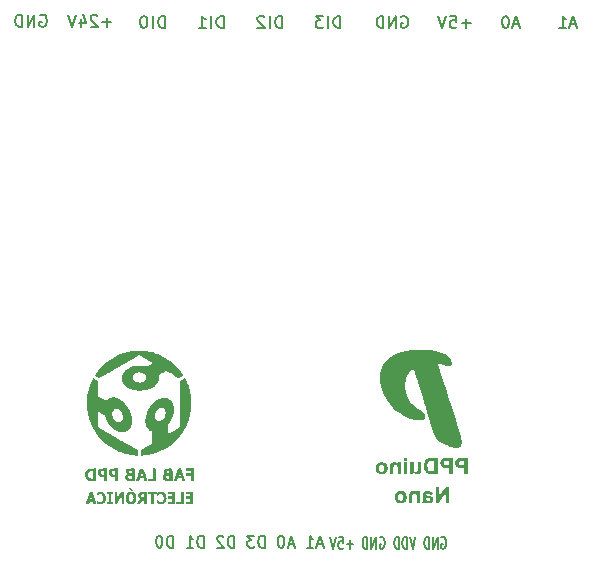
<source format=gbr>
%TF.GenerationSoftware,KiCad,Pcbnew,8.0.6*%
%TF.CreationDate,2025-08-05T17:19:42-05:00*%
%TF.ProjectId,PPDuino Nano Entradas,50504475-696e-46f2-904e-616e6f20456e,rev?*%
%TF.SameCoordinates,Original*%
%TF.FileFunction,Legend,Bot*%
%TF.FilePolarity,Positive*%
%FSLAX46Y46*%
G04 Gerber Fmt 4.6, Leading zero omitted, Abs format (unit mm)*
G04 Created by KiCad (PCBNEW 8.0.6) date 2025-08-05 17:19:42*
%MOMM*%
%LPD*%
G01*
G04 APERTURE LIST*
%ADD10C,0.200000*%
%ADD11C,0.150000*%
%ADD12C,0.000000*%
G04 APERTURE END LIST*
D10*
X129930326Y-70386266D02*
X129168422Y-70386266D01*
X129549374Y-70767219D02*
X129549374Y-70005314D01*
X128739850Y-69862457D02*
X128692231Y-69814838D01*
X128692231Y-69814838D02*
X128596993Y-69767219D01*
X128596993Y-69767219D02*
X128358898Y-69767219D01*
X128358898Y-69767219D02*
X128263660Y-69814838D01*
X128263660Y-69814838D02*
X128216041Y-69862457D01*
X128216041Y-69862457D02*
X128168422Y-69957695D01*
X128168422Y-69957695D02*
X128168422Y-70052933D01*
X128168422Y-70052933D02*
X128216041Y-70195790D01*
X128216041Y-70195790D02*
X128787469Y-70767219D01*
X128787469Y-70767219D02*
X128168422Y-70767219D01*
X127311279Y-70100552D02*
X127311279Y-70767219D01*
X127549374Y-69719600D02*
X127787469Y-70433885D01*
X127787469Y-70433885D02*
X127168422Y-70433885D01*
X126930326Y-69767219D02*
X126596993Y-70767219D01*
X126596993Y-70767219D02*
X126263660Y-69767219D01*
X123882707Y-69814838D02*
X123977945Y-69767219D01*
X123977945Y-69767219D02*
X124120802Y-69767219D01*
X124120802Y-69767219D02*
X124263659Y-69814838D01*
X124263659Y-69814838D02*
X124358897Y-69910076D01*
X124358897Y-69910076D02*
X124406516Y-70005314D01*
X124406516Y-70005314D02*
X124454135Y-70195790D01*
X124454135Y-70195790D02*
X124454135Y-70338647D01*
X124454135Y-70338647D02*
X124406516Y-70529123D01*
X124406516Y-70529123D02*
X124358897Y-70624361D01*
X124358897Y-70624361D02*
X124263659Y-70719600D01*
X124263659Y-70719600D02*
X124120802Y-70767219D01*
X124120802Y-70767219D02*
X124025564Y-70767219D01*
X124025564Y-70767219D02*
X123882707Y-70719600D01*
X123882707Y-70719600D02*
X123835088Y-70671980D01*
X123835088Y-70671980D02*
X123835088Y-70338647D01*
X123835088Y-70338647D02*
X124025564Y-70338647D01*
X123406516Y-70767219D02*
X123406516Y-69767219D01*
X123406516Y-69767219D02*
X122835088Y-70767219D01*
X122835088Y-70767219D02*
X122835088Y-69767219D01*
X122358897Y-70767219D02*
X122358897Y-69767219D01*
X122358897Y-69767219D02*
X122120802Y-69767219D01*
X122120802Y-69767219D02*
X121977945Y-69814838D01*
X121977945Y-69814838D02*
X121882707Y-69910076D01*
X121882707Y-69910076D02*
X121835088Y-70005314D01*
X121835088Y-70005314D02*
X121787469Y-70195790D01*
X121787469Y-70195790D02*
X121787469Y-70338647D01*
X121787469Y-70338647D02*
X121835088Y-70529123D01*
X121835088Y-70529123D02*
X121882707Y-70624361D01*
X121882707Y-70624361D02*
X121977945Y-70719600D01*
X121977945Y-70719600D02*
X122120802Y-70767219D01*
X122120802Y-70767219D02*
X122358897Y-70767219D01*
D11*
X147820363Y-114584104D02*
X147367982Y-114584104D01*
X147910839Y-114869819D02*
X147594173Y-113869819D01*
X147594173Y-113869819D02*
X147277506Y-114869819D01*
X146463220Y-114869819D02*
X147006077Y-114869819D01*
X146734649Y-114869819D02*
X146734649Y-113869819D01*
X146734649Y-113869819D02*
X146825125Y-114012676D01*
X146825125Y-114012676D02*
X146915601Y-114107914D01*
X146915601Y-114107914D02*
X147006077Y-114155533D01*
X145377505Y-114584104D02*
X144925124Y-114584104D01*
X145467981Y-114869819D02*
X145151315Y-113869819D01*
X145151315Y-113869819D02*
X144834648Y-114869819D01*
X144337029Y-113869819D02*
X144246552Y-113869819D01*
X144246552Y-113869819D02*
X144156076Y-113917438D01*
X144156076Y-113917438D02*
X144110838Y-113965057D01*
X144110838Y-113965057D02*
X144065600Y-114060295D01*
X144065600Y-114060295D02*
X144020362Y-114250771D01*
X144020362Y-114250771D02*
X144020362Y-114488866D01*
X144020362Y-114488866D02*
X144065600Y-114679342D01*
X144065600Y-114679342D02*
X144110838Y-114774580D01*
X144110838Y-114774580D02*
X144156076Y-114822200D01*
X144156076Y-114822200D02*
X144246552Y-114869819D01*
X144246552Y-114869819D02*
X144337029Y-114869819D01*
X144337029Y-114869819D02*
X144427505Y-114822200D01*
X144427505Y-114822200D02*
X144472743Y-114774580D01*
X144472743Y-114774580D02*
X144517981Y-114679342D01*
X144517981Y-114679342D02*
X144563219Y-114488866D01*
X144563219Y-114488866D02*
X144563219Y-114250771D01*
X144563219Y-114250771D02*
X144517981Y-114060295D01*
X144517981Y-114060295D02*
X144472743Y-113965057D01*
X144472743Y-113965057D02*
X144427505Y-113917438D01*
X144427505Y-113917438D02*
X144337029Y-113869819D01*
X142889409Y-114869819D02*
X142889409Y-113869819D01*
X142889409Y-113869819D02*
X142663219Y-113869819D01*
X142663219Y-113869819D02*
X142527504Y-113917438D01*
X142527504Y-113917438D02*
X142437028Y-114012676D01*
X142437028Y-114012676D02*
X142391790Y-114107914D01*
X142391790Y-114107914D02*
X142346552Y-114298390D01*
X142346552Y-114298390D02*
X142346552Y-114441247D01*
X142346552Y-114441247D02*
X142391790Y-114631723D01*
X142391790Y-114631723D02*
X142437028Y-114726961D01*
X142437028Y-114726961D02*
X142527504Y-114822200D01*
X142527504Y-114822200D02*
X142663219Y-114869819D01*
X142663219Y-114869819D02*
X142889409Y-114869819D01*
X142029885Y-113869819D02*
X141441790Y-113869819D01*
X141441790Y-113869819D02*
X141758457Y-114250771D01*
X141758457Y-114250771D02*
X141622742Y-114250771D01*
X141622742Y-114250771D02*
X141532266Y-114298390D01*
X141532266Y-114298390D02*
X141487028Y-114346009D01*
X141487028Y-114346009D02*
X141441790Y-114441247D01*
X141441790Y-114441247D02*
X141441790Y-114679342D01*
X141441790Y-114679342D02*
X141487028Y-114774580D01*
X141487028Y-114774580D02*
X141532266Y-114822200D01*
X141532266Y-114822200D02*
X141622742Y-114869819D01*
X141622742Y-114869819D02*
X141894171Y-114869819D01*
X141894171Y-114869819D02*
X141984647Y-114822200D01*
X141984647Y-114822200D02*
X142029885Y-114774580D01*
X140310837Y-114869819D02*
X140310837Y-113869819D01*
X140310837Y-113869819D02*
X140084647Y-113869819D01*
X140084647Y-113869819D02*
X139948932Y-113917438D01*
X139948932Y-113917438D02*
X139858456Y-114012676D01*
X139858456Y-114012676D02*
X139813218Y-114107914D01*
X139813218Y-114107914D02*
X139767980Y-114298390D01*
X139767980Y-114298390D02*
X139767980Y-114441247D01*
X139767980Y-114441247D02*
X139813218Y-114631723D01*
X139813218Y-114631723D02*
X139858456Y-114726961D01*
X139858456Y-114726961D02*
X139948932Y-114822200D01*
X139948932Y-114822200D02*
X140084647Y-114869819D01*
X140084647Y-114869819D02*
X140310837Y-114869819D01*
X139406075Y-113965057D02*
X139360837Y-113917438D01*
X139360837Y-113917438D02*
X139270361Y-113869819D01*
X139270361Y-113869819D02*
X139044170Y-113869819D01*
X139044170Y-113869819D02*
X138953694Y-113917438D01*
X138953694Y-113917438D02*
X138908456Y-113965057D01*
X138908456Y-113965057D02*
X138863218Y-114060295D01*
X138863218Y-114060295D02*
X138863218Y-114155533D01*
X138863218Y-114155533D02*
X138908456Y-114298390D01*
X138908456Y-114298390D02*
X139451313Y-114869819D01*
X139451313Y-114869819D02*
X138863218Y-114869819D01*
X137732265Y-114869819D02*
X137732265Y-113869819D01*
X137732265Y-113869819D02*
X137506075Y-113869819D01*
X137506075Y-113869819D02*
X137370360Y-113917438D01*
X137370360Y-113917438D02*
X137279884Y-114012676D01*
X137279884Y-114012676D02*
X137234646Y-114107914D01*
X137234646Y-114107914D02*
X137189408Y-114298390D01*
X137189408Y-114298390D02*
X137189408Y-114441247D01*
X137189408Y-114441247D02*
X137234646Y-114631723D01*
X137234646Y-114631723D02*
X137279884Y-114726961D01*
X137279884Y-114726961D02*
X137370360Y-114822200D01*
X137370360Y-114822200D02*
X137506075Y-114869819D01*
X137506075Y-114869819D02*
X137732265Y-114869819D01*
X136284646Y-114869819D02*
X136827503Y-114869819D01*
X136556075Y-114869819D02*
X136556075Y-113869819D01*
X136556075Y-113869819D02*
X136646551Y-114012676D01*
X136646551Y-114012676D02*
X136737027Y-114107914D01*
X136737027Y-114107914D02*
X136827503Y-114155533D01*
X135153693Y-114869819D02*
X135153693Y-113869819D01*
X135153693Y-113869819D02*
X134927503Y-113869819D01*
X134927503Y-113869819D02*
X134791788Y-113917438D01*
X134791788Y-113917438D02*
X134701312Y-114012676D01*
X134701312Y-114012676D02*
X134656074Y-114107914D01*
X134656074Y-114107914D02*
X134610836Y-114298390D01*
X134610836Y-114298390D02*
X134610836Y-114441247D01*
X134610836Y-114441247D02*
X134656074Y-114631723D01*
X134656074Y-114631723D02*
X134701312Y-114726961D01*
X134701312Y-114726961D02*
X134791788Y-114822200D01*
X134791788Y-114822200D02*
X134927503Y-114869819D01*
X134927503Y-114869819D02*
X135153693Y-114869819D01*
X134022741Y-113869819D02*
X133932264Y-113869819D01*
X133932264Y-113869819D02*
X133841788Y-113917438D01*
X133841788Y-113917438D02*
X133796550Y-113965057D01*
X133796550Y-113965057D02*
X133751312Y-114060295D01*
X133751312Y-114060295D02*
X133706074Y-114250771D01*
X133706074Y-114250771D02*
X133706074Y-114488866D01*
X133706074Y-114488866D02*
X133751312Y-114679342D01*
X133751312Y-114679342D02*
X133796550Y-114774580D01*
X133796550Y-114774580D02*
X133841788Y-114822200D01*
X133841788Y-114822200D02*
X133932264Y-114869819D01*
X133932264Y-114869819D02*
X134022741Y-114869819D01*
X134022741Y-114869819D02*
X134113217Y-114822200D01*
X134113217Y-114822200D02*
X134158455Y-114774580D01*
X134158455Y-114774580D02*
X134203693Y-114679342D01*
X134203693Y-114679342D02*
X134248931Y-114488866D01*
X134248931Y-114488866D02*
X134248931Y-114250771D01*
X134248931Y-114250771D02*
X134203693Y-114060295D01*
X134203693Y-114060295D02*
X134158455Y-113965057D01*
X134158455Y-113965057D02*
X134113217Y-113917438D01*
X134113217Y-113917438D02*
X134022741Y-113869819D01*
X157867982Y-114017438D02*
X157934649Y-113969819D01*
X157934649Y-113969819D02*
X158034649Y-113969819D01*
X158034649Y-113969819D02*
X158134649Y-114017438D01*
X158134649Y-114017438D02*
X158201316Y-114112676D01*
X158201316Y-114112676D02*
X158234649Y-114207914D01*
X158234649Y-114207914D02*
X158267982Y-114398390D01*
X158267982Y-114398390D02*
X158267982Y-114541247D01*
X158267982Y-114541247D02*
X158234649Y-114731723D01*
X158234649Y-114731723D02*
X158201316Y-114826961D01*
X158201316Y-114826961D02*
X158134649Y-114922200D01*
X158134649Y-114922200D02*
X158034649Y-114969819D01*
X158034649Y-114969819D02*
X157967982Y-114969819D01*
X157967982Y-114969819D02*
X157867982Y-114922200D01*
X157867982Y-114922200D02*
X157834649Y-114874580D01*
X157834649Y-114874580D02*
X157834649Y-114541247D01*
X157834649Y-114541247D02*
X157967982Y-114541247D01*
X157534649Y-114969819D02*
X157534649Y-113969819D01*
X157534649Y-113969819D02*
X157134649Y-114969819D01*
X157134649Y-114969819D02*
X157134649Y-113969819D01*
X156801316Y-114969819D02*
X156801316Y-113969819D01*
X156801316Y-113969819D02*
X156634649Y-113969819D01*
X156634649Y-113969819D02*
X156534649Y-114017438D01*
X156534649Y-114017438D02*
X156467983Y-114112676D01*
X156467983Y-114112676D02*
X156434649Y-114207914D01*
X156434649Y-114207914D02*
X156401316Y-114398390D01*
X156401316Y-114398390D02*
X156401316Y-114541247D01*
X156401316Y-114541247D02*
X156434649Y-114731723D01*
X156434649Y-114731723D02*
X156467983Y-114826961D01*
X156467983Y-114826961D02*
X156534649Y-114922200D01*
X156534649Y-114922200D02*
X156634649Y-114969819D01*
X156634649Y-114969819D02*
X156801316Y-114969819D01*
X155667983Y-113969819D02*
X155434650Y-114969819D01*
X155434650Y-114969819D02*
X155201316Y-113969819D01*
X154967983Y-114969819D02*
X154967983Y-113969819D01*
X154967983Y-113969819D02*
X154801316Y-113969819D01*
X154801316Y-113969819D02*
X154701316Y-114017438D01*
X154701316Y-114017438D02*
X154634650Y-114112676D01*
X154634650Y-114112676D02*
X154601316Y-114207914D01*
X154601316Y-114207914D02*
X154567983Y-114398390D01*
X154567983Y-114398390D02*
X154567983Y-114541247D01*
X154567983Y-114541247D02*
X154601316Y-114731723D01*
X154601316Y-114731723D02*
X154634650Y-114826961D01*
X154634650Y-114826961D02*
X154701316Y-114922200D01*
X154701316Y-114922200D02*
X154801316Y-114969819D01*
X154801316Y-114969819D02*
X154967983Y-114969819D01*
X154267983Y-114969819D02*
X154267983Y-113969819D01*
X154267983Y-113969819D02*
X154101316Y-113969819D01*
X154101316Y-113969819D02*
X154001316Y-114017438D01*
X154001316Y-114017438D02*
X153934650Y-114112676D01*
X153934650Y-114112676D02*
X153901316Y-114207914D01*
X153901316Y-114207914D02*
X153867983Y-114398390D01*
X153867983Y-114398390D02*
X153867983Y-114541247D01*
X153867983Y-114541247D02*
X153901316Y-114731723D01*
X153901316Y-114731723D02*
X153934650Y-114826961D01*
X153934650Y-114826961D02*
X154001316Y-114922200D01*
X154001316Y-114922200D02*
X154101316Y-114969819D01*
X154101316Y-114969819D02*
X154267983Y-114969819D01*
X152667983Y-114017438D02*
X152734650Y-113969819D01*
X152734650Y-113969819D02*
X152834650Y-113969819D01*
X152834650Y-113969819D02*
X152934650Y-114017438D01*
X152934650Y-114017438D02*
X153001317Y-114112676D01*
X153001317Y-114112676D02*
X153034650Y-114207914D01*
X153034650Y-114207914D02*
X153067983Y-114398390D01*
X153067983Y-114398390D02*
X153067983Y-114541247D01*
X153067983Y-114541247D02*
X153034650Y-114731723D01*
X153034650Y-114731723D02*
X153001317Y-114826961D01*
X153001317Y-114826961D02*
X152934650Y-114922200D01*
X152934650Y-114922200D02*
X152834650Y-114969819D01*
X152834650Y-114969819D02*
X152767983Y-114969819D01*
X152767983Y-114969819D02*
X152667983Y-114922200D01*
X152667983Y-114922200D02*
X152634650Y-114874580D01*
X152634650Y-114874580D02*
X152634650Y-114541247D01*
X152634650Y-114541247D02*
X152767983Y-114541247D01*
X152334650Y-114969819D02*
X152334650Y-113969819D01*
X152334650Y-113969819D02*
X151934650Y-114969819D01*
X151934650Y-114969819D02*
X151934650Y-113969819D01*
X151601317Y-114969819D02*
X151601317Y-113969819D01*
X151601317Y-113969819D02*
X151434650Y-113969819D01*
X151434650Y-113969819D02*
X151334650Y-114017438D01*
X151334650Y-114017438D02*
X151267984Y-114112676D01*
X151267984Y-114112676D02*
X151234650Y-114207914D01*
X151234650Y-114207914D02*
X151201317Y-114398390D01*
X151201317Y-114398390D02*
X151201317Y-114541247D01*
X151201317Y-114541247D02*
X151234650Y-114731723D01*
X151234650Y-114731723D02*
X151267984Y-114826961D01*
X151267984Y-114826961D02*
X151334650Y-114922200D01*
X151334650Y-114922200D02*
X151434650Y-114969819D01*
X151434650Y-114969819D02*
X151601317Y-114969819D01*
X150367984Y-114588866D02*
X149834651Y-114588866D01*
X150101317Y-114969819D02*
X150101317Y-114207914D01*
X149167984Y-113969819D02*
X149501317Y-113969819D01*
X149501317Y-113969819D02*
X149534650Y-114446009D01*
X149534650Y-114446009D02*
X149501317Y-114398390D01*
X149501317Y-114398390D02*
X149434650Y-114350771D01*
X149434650Y-114350771D02*
X149267984Y-114350771D01*
X149267984Y-114350771D02*
X149201317Y-114398390D01*
X149201317Y-114398390D02*
X149167984Y-114446009D01*
X149167984Y-114446009D02*
X149134650Y-114541247D01*
X149134650Y-114541247D02*
X149134650Y-114779342D01*
X149134650Y-114779342D02*
X149167984Y-114874580D01*
X149167984Y-114874580D02*
X149201317Y-114922200D01*
X149201317Y-114922200D02*
X149267984Y-114969819D01*
X149267984Y-114969819D02*
X149434650Y-114969819D01*
X149434650Y-114969819D02*
X149501317Y-114922200D01*
X149501317Y-114922200D02*
X149534650Y-114874580D01*
X148934650Y-113969819D02*
X148701317Y-114969819D01*
X148701317Y-114969819D02*
X148467983Y-113969819D01*
D10*
X160330326Y-70486266D02*
X159568422Y-70486266D01*
X159949374Y-70867219D02*
X159949374Y-70105314D01*
X158616041Y-69867219D02*
X159092231Y-69867219D01*
X159092231Y-69867219D02*
X159139850Y-70343409D01*
X159139850Y-70343409D02*
X159092231Y-70295790D01*
X159092231Y-70295790D02*
X158996993Y-70248171D01*
X158996993Y-70248171D02*
X158758898Y-70248171D01*
X158758898Y-70248171D02*
X158663660Y-70295790D01*
X158663660Y-70295790D02*
X158616041Y-70343409D01*
X158616041Y-70343409D02*
X158568422Y-70438647D01*
X158568422Y-70438647D02*
X158568422Y-70676742D01*
X158568422Y-70676742D02*
X158616041Y-70771980D01*
X158616041Y-70771980D02*
X158663660Y-70819600D01*
X158663660Y-70819600D02*
X158758898Y-70867219D01*
X158758898Y-70867219D02*
X158996993Y-70867219D01*
X158996993Y-70867219D02*
X159092231Y-70819600D01*
X159092231Y-70819600D02*
X159139850Y-70771980D01*
X158282707Y-69867219D02*
X157949374Y-70867219D01*
X157949374Y-70867219D02*
X157616041Y-69867219D01*
X154473183Y-69914838D02*
X154568421Y-69867219D01*
X154568421Y-69867219D02*
X154711278Y-69867219D01*
X154711278Y-69867219D02*
X154854135Y-69914838D01*
X154854135Y-69914838D02*
X154949373Y-70010076D01*
X154949373Y-70010076D02*
X154996992Y-70105314D01*
X154996992Y-70105314D02*
X155044611Y-70295790D01*
X155044611Y-70295790D02*
X155044611Y-70438647D01*
X155044611Y-70438647D02*
X154996992Y-70629123D01*
X154996992Y-70629123D02*
X154949373Y-70724361D01*
X154949373Y-70724361D02*
X154854135Y-70819600D01*
X154854135Y-70819600D02*
X154711278Y-70867219D01*
X154711278Y-70867219D02*
X154616040Y-70867219D01*
X154616040Y-70867219D02*
X154473183Y-70819600D01*
X154473183Y-70819600D02*
X154425564Y-70771980D01*
X154425564Y-70771980D02*
X154425564Y-70438647D01*
X154425564Y-70438647D02*
X154616040Y-70438647D01*
X153996992Y-70867219D02*
X153996992Y-69867219D01*
X153996992Y-69867219D02*
X153425564Y-70867219D01*
X153425564Y-70867219D02*
X153425564Y-69867219D01*
X152949373Y-70867219D02*
X152949373Y-69867219D01*
X152949373Y-69867219D02*
X152711278Y-69867219D01*
X152711278Y-69867219D02*
X152568421Y-69914838D01*
X152568421Y-69914838D02*
X152473183Y-70010076D01*
X152473183Y-70010076D02*
X152425564Y-70105314D01*
X152425564Y-70105314D02*
X152377945Y-70295790D01*
X152377945Y-70295790D02*
X152377945Y-70438647D01*
X152377945Y-70438647D02*
X152425564Y-70629123D01*
X152425564Y-70629123D02*
X152473183Y-70724361D01*
X152473183Y-70724361D02*
X152568421Y-70819600D01*
X152568421Y-70819600D02*
X152711278Y-70867219D01*
X152711278Y-70867219D02*
X152949373Y-70867219D01*
X169277945Y-70581504D02*
X168801755Y-70581504D01*
X169373183Y-70867219D02*
X169039850Y-69867219D01*
X169039850Y-69867219D02*
X168706517Y-70867219D01*
X167849374Y-70867219D02*
X168420802Y-70867219D01*
X168135088Y-70867219D02*
X168135088Y-69867219D01*
X168135088Y-69867219D02*
X168230326Y-70010076D01*
X168230326Y-70010076D02*
X168325564Y-70105314D01*
X168325564Y-70105314D02*
X168420802Y-70152933D01*
X164420801Y-70581504D02*
X163944611Y-70581504D01*
X164516039Y-70867219D02*
X164182706Y-69867219D01*
X164182706Y-69867219D02*
X163849373Y-70867219D01*
X163325563Y-69867219D02*
X163230325Y-69867219D01*
X163230325Y-69867219D02*
X163135087Y-69914838D01*
X163135087Y-69914838D02*
X163087468Y-69962457D01*
X163087468Y-69962457D02*
X163039849Y-70057695D01*
X163039849Y-70057695D02*
X162992230Y-70248171D01*
X162992230Y-70248171D02*
X162992230Y-70486266D01*
X162992230Y-70486266D02*
X163039849Y-70676742D01*
X163039849Y-70676742D02*
X163087468Y-70771980D01*
X163087468Y-70771980D02*
X163135087Y-70819600D01*
X163135087Y-70819600D02*
X163230325Y-70867219D01*
X163230325Y-70867219D02*
X163325563Y-70867219D01*
X163325563Y-70867219D02*
X163420801Y-70819600D01*
X163420801Y-70819600D02*
X163468420Y-70771980D01*
X163468420Y-70771980D02*
X163516039Y-70676742D01*
X163516039Y-70676742D02*
X163563658Y-70486266D01*
X163563658Y-70486266D02*
X163563658Y-70248171D01*
X163563658Y-70248171D02*
X163516039Y-70057695D01*
X163516039Y-70057695D02*
X163468420Y-69962457D01*
X163468420Y-69962457D02*
X163420801Y-69914838D01*
X163420801Y-69914838D02*
X163325563Y-69867219D01*
X149318422Y-70867219D02*
X149318422Y-69867219D01*
X149318422Y-69867219D02*
X149068422Y-69867219D01*
X149068422Y-69867219D02*
X148918422Y-69914838D01*
X148918422Y-69914838D02*
X148818422Y-70010076D01*
X148818422Y-70010076D02*
X148768422Y-70105314D01*
X148768422Y-70105314D02*
X148718422Y-70295790D01*
X148718422Y-70295790D02*
X148718422Y-70438647D01*
X148718422Y-70438647D02*
X148768422Y-70629123D01*
X148768422Y-70629123D02*
X148818422Y-70724361D01*
X148818422Y-70724361D02*
X148918422Y-70819600D01*
X148918422Y-70819600D02*
X149068422Y-70867219D01*
X149068422Y-70867219D02*
X149318422Y-70867219D01*
X148268422Y-70867219D02*
X148268422Y-69867219D01*
X147868422Y-69867219D02*
X147218422Y-69867219D01*
X147218422Y-69867219D02*
X147568422Y-70248171D01*
X147568422Y-70248171D02*
X147418422Y-70248171D01*
X147418422Y-70248171D02*
X147318422Y-70295790D01*
X147318422Y-70295790D02*
X147268422Y-70343409D01*
X147268422Y-70343409D02*
X147218422Y-70438647D01*
X147218422Y-70438647D02*
X147218422Y-70676742D01*
X147218422Y-70676742D02*
X147268422Y-70771980D01*
X147268422Y-70771980D02*
X147318422Y-70819600D01*
X147318422Y-70819600D02*
X147418422Y-70867219D01*
X147418422Y-70867219D02*
X147718422Y-70867219D01*
X147718422Y-70867219D02*
X147818422Y-70819600D01*
X147818422Y-70819600D02*
X147868422Y-70771980D01*
X144368422Y-70867219D02*
X144368422Y-69867219D01*
X144368422Y-69867219D02*
X144118422Y-69867219D01*
X144118422Y-69867219D02*
X143968422Y-69914838D01*
X143968422Y-69914838D02*
X143868422Y-70010076D01*
X143868422Y-70010076D02*
X143818422Y-70105314D01*
X143818422Y-70105314D02*
X143768422Y-70295790D01*
X143768422Y-70295790D02*
X143768422Y-70438647D01*
X143768422Y-70438647D02*
X143818422Y-70629123D01*
X143818422Y-70629123D02*
X143868422Y-70724361D01*
X143868422Y-70724361D02*
X143968422Y-70819600D01*
X143968422Y-70819600D02*
X144118422Y-70867219D01*
X144118422Y-70867219D02*
X144368422Y-70867219D01*
X143318422Y-70867219D02*
X143318422Y-69867219D01*
X142868422Y-69962457D02*
X142818422Y-69914838D01*
X142818422Y-69914838D02*
X142718422Y-69867219D01*
X142718422Y-69867219D02*
X142468422Y-69867219D01*
X142468422Y-69867219D02*
X142368422Y-69914838D01*
X142368422Y-69914838D02*
X142318422Y-69962457D01*
X142318422Y-69962457D02*
X142268422Y-70057695D01*
X142268422Y-70057695D02*
X142268422Y-70152933D01*
X142268422Y-70152933D02*
X142318422Y-70295790D01*
X142318422Y-70295790D02*
X142918422Y-70867219D01*
X142918422Y-70867219D02*
X142268422Y-70867219D01*
X139418422Y-70867219D02*
X139418422Y-69867219D01*
X139418422Y-69867219D02*
X139168422Y-69867219D01*
X139168422Y-69867219D02*
X139018422Y-69914838D01*
X139018422Y-69914838D02*
X138918422Y-70010076D01*
X138918422Y-70010076D02*
X138868422Y-70105314D01*
X138868422Y-70105314D02*
X138818422Y-70295790D01*
X138818422Y-70295790D02*
X138818422Y-70438647D01*
X138818422Y-70438647D02*
X138868422Y-70629123D01*
X138868422Y-70629123D02*
X138918422Y-70724361D01*
X138918422Y-70724361D02*
X139018422Y-70819600D01*
X139018422Y-70819600D02*
X139168422Y-70867219D01*
X139168422Y-70867219D02*
X139418422Y-70867219D01*
X138368422Y-70867219D02*
X138368422Y-69867219D01*
X137318422Y-70867219D02*
X137918422Y-70867219D01*
X137618422Y-70867219D02*
X137618422Y-69867219D01*
X137618422Y-69867219D02*
X137718422Y-70010076D01*
X137718422Y-70010076D02*
X137818422Y-70105314D01*
X137818422Y-70105314D02*
X137918422Y-70152933D01*
X134468422Y-70867219D02*
X134468422Y-69867219D01*
X134468422Y-69867219D02*
X134218422Y-69867219D01*
X134218422Y-69867219D02*
X134068422Y-69914838D01*
X134068422Y-69914838D02*
X133968422Y-70010076D01*
X133968422Y-70010076D02*
X133918422Y-70105314D01*
X133918422Y-70105314D02*
X133868422Y-70295790D01*
X133868422Y-70295790D02*
X133868422Y-70438647D01*
X133868422Y-70438647D02*
X133918422Y-70629123D01*
X133918422Y-70629123D02*
X133968422Y-70724361D01*
X133968422Y-70724361D02*
X134068422Y-70819600D01*
X134068422Y-70819600D02*
X134218422Y-70867219D01*
X134218422Y-70867219D02*
X134468422Y-70867219D01*
X133418422Y-70867219D02*
X133418422Y-69867219D01*
X132718422Y-69867219D02*
X132618422Y-69867219D01*
X132618422Y-69867219D02*
X132518422Y-69914838D01*
X132518422Y-69914838D02*
X132468422Y-69962457D01*
X132468422Y-69962457D02*
X132418422Y-70057695D01*
X132418422Y-70057695D02*
X132368422Y-70248171D01*
X132368422Y-70248171D02*
X132368422Y-70486266D01*
X132368422Y-70486266D02*
X132418422Y-70676742D01*
X132418422Y-70676742D02*
X132468422Y-70771980D01*
X132468422Y-70771980D02*
X132518422Y-70819600D01*
X132518422Y-70819600D02*
X132618422Y-70867219D01*
X132618422Y-70867219D02*
X132718422Y-70867219D01*
X132718422Y-70867219D02*
X132818422Y-70819600D01*
X132818422Y-70819600D02*
X132868422Y-70771980D01*
X132868422Y-70771980D02*
X132918422Y-70676742D01*
X132918422Y-70676742D02*
X132968422Y-70486266D01*
X132968422Y-70486266D02*
X132968422Y-70248171D01*
X132968422Y-70248171D02*
X132918422Y-70057695D01*
X132918422Y-70057695D02*
X132868422Y-69962457D01*
X132868422Y-69962457D02*
X132818422Y-69914838D01*
X132818422Y-69914838D02*
X132718422Y-69867219D01*
D12*
%TO.C,G\u002A\u002A\u002A*%
G36*
X136050197Y-110675864D02*
G01*
X136050197Y-111181095D01*
X135740832Y-111181095D01*
X135431467Y-111181095D01*
X135432244Y-111084615D01*
X135433020Y-110988135D01*
X135625244Y-110987377D01*
X135817467Y-110986619D01*
X135817467Y-110578626D01*
X135817467Y-110170633D01*
X135933832Y-110170633D01*
X136050197Y-110170633D01*
X136050197Y-110675864D01*
G37*
G36*
X133393685Y-110171359D02*
G01*
X133783287Y-110172106D01*
X133783287Y-110267850D01*
X133783287Y-110363593D01*
X133647037Y-110364359D01*
X133510787Y-110365125D01*
X133510787Y-110773110D01*
X133510787Y-111181095D01*
X133392949Y-111181095D01*
X133275110Y-111181095D01*
X133275110Y-110773081D01*
X133275110Y-110365066D01*
X133139597Y-110365066D01*
X133004083Y-110365066D01*
X133004083Y-110267839D01*
X133004083Y-110170612D01*
X133393685Y-110171359D01*
G37*
G36*
X130421205Y-110457792D02*
G01*
X130421956Y-110745025D01*
X130568421Y-110458566D01*
X130714886Y-110172106D01*
X130857860Y-110171342D01*
X131000835Y-110170577D01*
X131000835Y-110675836D01*
X131000835Y-111181095D01*
X130894793Y-111181095D01*
X130788751Y-111181095D01*
X130788002Y-110830594D01*
X130787254Y-110480093D01*
X130609331Y-110830628D01*
X130431407Y-111181164D01*
X130319154Y-111180393D01*
X130206901Y-111179622D01*
X130206901Y-110675864D01*
X130206901Y-110172106D01*
X130313677Y-110171333D01*
X130420454Y-110170560D01*
X130421205Y-110457792D01*
G37*
G36*
X136907469Y-108706495D02*
G01*
X136907469Y-109233821D01*
X136777848Y-109233821D01*
X136648226Y-109233821D01*
X136648226Y-109006982D01*
X136648226Y-108780144D01*
X136446428Y-108780144D01*
X136244630Y-108780144D01*
X136244630Y-108679982D01*
X136244630Y-108579819D01*
X136446428Y-108579819D01*
X136648226Y-108579819D01*
X136648226Y-108481130D01*
X136648226Y-108382440D01*
X136430225Y-108382440D01*
X136212225Y-108382440D01*
X136212225Y-108280805D01*
X136212225Y-108179170D01*
X136559847Y-108179170D01*
X136907469Y-108179170D01*
X136907469Y-108706495D01*
G37*
G36*
X129806988Y-110171353D02*
G01*
X130056658Y-110172106D01*
X130057438Y-110259693D01*
X130058218Y-110347280D01*
X129991154Y-110348072D01*
X129924090Y-110348863D01*
X129923340Y-110676601D01*
X129922591Y-111004338D01*
X129990361Y-111004338D01*
X130058131Y-111004338D01*
X130058131Y-111092716D01*
X130058131Y-111181095D01*
X129807725Y-111181095D01*
X129557319Y-111181095D01*
X129557319Y-111092716D01*
X129557319Y-111004338D01*
X129623603Y-111004338D01*
X129689887Y-111004338D01*
X129689887Y-110675864D01*
X129689887Y-110347390D01*
X129623603Y-110347390D01*
X129557319Y-110347390D01*
X129557319Y-110258995D01*
X129557319Y-110170600D01*
X129806988Y-110171353D01*
G37*
G36*
X135322547Y-110675864D02*
G01*
X135322547Y-111181095D01*
X135008803Y-111181095D01*
X134695059Y-111181095D01*
X134695059Y-111083879D01*
X134695059Y-110986662D01*
X134892438Y-110986662D01*
X135089817Y-110986662D01*
X135089817Y-110859986D01*
X135089817Y-110733310D01*
X134907168Y-110733310D01*
X134724519Y-110733310D01*
X134724519Y-110637567D01*
X134724519Y-110541823D01*
X134907168Y-110541823D01*
X135089817Y-110541823D01*
X135089817Y-110453445D01*
X135089817Y-110365066D01*
X134892438Y-110365066D01*
X134695059Y-110365066D01*
X134695059Y-110267850D01*
X134695059Y-110170633D01*
X135008803Y-110170633D01*
X135322547Y-110170633D01*
X135322547Y-110675864D01*
G37*
G36*
X136833821Y-110675864D02*
G01*
X136833821Y-111181122D01*
X136520813Y-111180372D01*
X136207806Y-111179622D01*
X136207806Y-111083879D01*
X136207806Y-110988135D01*
X136405921Y-110987378D01*
X136604036Y-110986621D01*
X136604036Y-110859965D01*
X136604036Y-110733310D01*
X136421387Y-110733310D01*
X136238738Y-110733310D01*
X136238738Y-110637589D01*
X136238738Y-110541868D01*
X136420651Y-110541109D01*
X136602563Y-110540350D01*
X136603344Y-110452729D01*
X136604124Y-110365108D01*
X136405965Y-110364350D01*
X136207806Y-110363593D01*
X136207806Y-110267850D01*
X136207806Y-110172106D01*
X136520813Y-110171356D01*
X136833821Y-110170607D01*
X136833821Y-110675864D01*
G37*
G36*
X131472382Y-109791127D02*
G01*
X131500296Y-109791304D01*
X131602500Y-109792078D01*
X131648059Y-109886349D01*
X131654982Y-109900678D01*
X131666651Y-109924845D01*
X131678100Y-109948575D01*
X131688859Y-109970894D01*
X131698461Y-109990829D01*
X131706434Y-110007407D01*
X131712312Y-110019653D01*
X131731005Y-110058687D01*
X131656666Y-110058687D01*
X131582326Y-110058687D01*
X131491169Y-109928514D01*
X131482233Y-109915742D01*
X131465463Y-109891702D01*
X131449885Y-109869285D01*
X131435815Y-109848948D01*
X131423566Y-109831146D01*
X131413451Y-109816338D01*
X131405785Y-109804978D01*
X131400880Y-109797525D01*
X131399052Y-109794434D01*
X131399028Y-109794251D01*
X131400006Y-109793227D01*
X131403300Y-109792422D01*
X131409421Y-109791820D01*
X131418878Y-109791405D01*
X131432184Y-109791162D01*
X131449848Y-109791075D01*
X131472382Y-109791127D01*
G37*
G36*
X133567496Y-108179875D02*
G01*
X133697855Y-108180643D01*
X133698611Y-108703549D01*
X133698646Y-108729495D01*
X133698710Y-108783894D01*
X133698757Y-108836585D01*
X133698786Y-108887269D01*
X133698800Y-108935646D01*
X133698797Y-108981419D01*
X133698779Y-109024288D01*
X133698745Y-109063954D01*
X133698696Y-109100120D01*
X133698633Y-109132485D01*
X133698555Y-109160751D01*
X133698464Y-109184619D01*
X133698359Y-109203791D01*
X133698241Y-109217967D01*
X133698110Y-109226849D01*
X133697967Y-109230138D01*
X133697763Y-109230344D01*
X133695674Y-109230902D01*
X133691154Y-109231402D01*
X133683935Y-109231845D01*
X133673752Y-109232235D01*
X133660338Y-109232574D01*
X133643428Y-109232866D01*
X133622754Y-109233113D01*
X133598052Y-109233317D01*
X133569054Y-109233483D01*
X133535495Y-109233612D01*
X133497109Y-109233707D01*
X133453629Y-109233772D01*
X133404790Y-109233809D01*
X133350325Y-109233821D01*
X133004083Y-109233821D01*
X133004083Y-109132185D01*
X133004083Y-109030550D01*
X133220610Y-109030550D01*
X133437138Y-109030550D01*
X133437138Y-108604829D01*
X133437138Y-108179108D01*
X133567496Y-108179875D01*
G37*
G36*
X129560265Y-108706526D02*
G01*
X129560265Y-109233882D01*
X129429906Y-109233115D01*
X129299548Y-109232348D01*
X129298788Y-109061085D01*
X129298028Y-108889822D01*
X129198625Y-108888257D01*
X129173796Y-108887828D01*
X129146962Y-108887198D01*
X129124463Y-108886378D01*
X129105428Y-108885266D01*
X129088989Y-108883758D01*
X129074274Y-108881753D01*
X129060414Y-108879148D01*
X129046539Y-108875842D01*
X129031779Y-108871733D01*
X129015264Y-108866717D01*
X128974532Y-108851564D01*
X128936004Y-108831838D01*
X128899467Y-108807234D01*
X128864069Y-108777247D01*
X128861831Y-108775131D01*
X128834221Y-108744686D01*
X128810764Y-108710172D01*
X128791562Y-108671791D01*
X128776718Y-108629746D01*
X128766333Y-108584238D01*
X128765434Y-108578328D01*
X128763533Y-108559454D01*
X128762324Y-108537199D01*
X128761886Y-108516080D01*
X129030589Y-108516080D01*
X129030612Y-108537893D01*
X129033906Y-108570533D01*
X129041338Y-108599012D01*
X129052999Y-108623437D01*
X129068985Y-108643919D01*
X129089389Y-108660565D01*
X129114303Y-108673487D01*
X129143820Y-108682792D01*
X129178036Y-108688589D01*
X129181004Y-108688896D01*
X129195829Y-108690021D01*
X129214005Y-108690932D01*
X129233504Y-108691543D01*
X129252297Y-108691765D01*
X129298075Y-108691765D01*
X129298075Y-108534157D01*
X129298075Y-108376548D01*
X129260514Y-108376634D01*
X129234431Y-108376929D01*
X129201564Y-108378215D01*
X129173260Y-108380625D01*
X129148781Y-108384278D01*
X129127387Y-108389292D01*
X129108339Y-108395787D01*
X129090898Y-108403880D01*
X129079803Y-108410641D01*
X129066032Y-108422604D01*
X129053906Y-108438232D01*
X129042444Y-108458634D01*
X129039217Y-108465267D01*
X129035664Y-108473468D01*
X129033363Y-108481013D01*
X129031975Y-108489539D01*
X129031163Y-108500683D01*
X129030589Y-108516080D01*
X128761886Y-108516080D01*
X128761829Y-108513354D01*
X128762066Y-108489710D01*
X128763057Y-108468061D01*
X128764821Y-108450197D01*
X128770242Y-108420951D01*
X128782189Y-108381268D01*
X128798885Y-108344474D01*
X128820120Y-108311011D01*
X128845680Y-108281323D01*
X128853515Y-108273836D01*
X128883002Y-108250467D01*
X128916912Y-108230026D01*
X128954542Y-108212849D01*
X128995185Y-108199272D01*
X129038137Y-108189630D01*
X129042225Y-108188944D01*
X129054702Y-108187081D01*
X129068093Y-108185460D01*
X129082852Y-108184064D01*
X129099429Y-108182879D01*
X129118278Y-108181890D01*
X129139852Y-108181081D01*
X129164602Y-108180438D01*
X129192981Y-108179945D01*
X129225442Y-108179588D01*
X129262437Y-108179350D01*
X129304418Y-108179219D01*
X129351839Y-108179177D01*
X129560265Y-108179170D01*
X129560265Y-108534157D01*
X129560265Y-108706526D01*
G37*
G36*
X130500023Y-108706526D02*
G01*
X130500023Y-109233882D01*
X130369665Y-109233115D01*
X130239307Y-109232348D01*
X130238547Y-109061085D01*
X130237786Y-108889822D01*
X130138384Y-108888257D01*
X130113555Y-108887828D01*
X130086721Y-108887198D01*
X130064222Y-108886378D01*
X130045187Y-108885266D01*
X130028748Y-108883758D01*
X130014033Y-108881753D01*
X130000173Y-108879148D01*
X129986298Y-108875842D01*
X129971538Y-108871733D01*
X129955022Y-108866717D01*
X129916051Y-108852323D01*
X129876928Y-108832519D01*
X129839919Y-108807777D01*
X129804240Y-108777633D01*
X129803496Y-108776936D01*
X129778353Y-108750493D01*
X129757190Y-108721954D01*
X129739526Y-108690462D01*
X129724878Y-108655160D01*
X129712763Y-108615192D01*
X129709916Y-108603733D01*
X129707284Y-108591338D01*
X129705408Y-108579251D01*
X129704100Y-108565922D01*
X129703175Y-108549800D01*
X129702447Y-108529337D01*
X129702336Y-108525319D01*
X129969838Y-108525319D01*
X129970058Y-108536932D01*
X129973423Y-108569743D01*
X129980917Y-108598391D01*
X129992633Y-108622978D01*
X130008664Y-108643607D01*
X130029103Y-108660380D01*
X130054042Y-108673400D01*
X130083575Y-108682769D01*
X130117794Y-108688589D01*
X130120763Y-108688896D01*
X130135588Y-108690021D01*
X130153764Y-108690932D01*
X130173262Y-108691543D01*
X130192055Y-108691765D01*
X130237834Y-108691765D01*
X130237834Y-108534157D01*
X130237834Y-108376548D01*
X130200273Y-108376634D01*
X130189906Y-108376706D01*
X130158887Y-108377525D01*
X130130396Y-108379186D01*
X130105268Y-108381614D01*
X130084339Y-108384734D01*
X130068441Y-108388472D01*
X130050035Y-108394824D01*
X130028974Y-108404796D01*
X130011982Y-108416875D01*
X129998034Y-108431834D01*
X129986103Y-108450447D01*
X129979568Y-108464085D01*
X129973900Y-108481788D01*
X129970783Y-108501618D01*
X129969838Y-108525319D01*
X129702336Y-108525319D01*
X129702306Y-108524251D01*
X129702030Y-108495477D01*
X129702902Y-108470770D01*
X129705060Y-108448632D01*
X129708640Y-108427563D01*
X129713782Y-108406061D01*
X129719370Y-108388441D01*
X129729387Y-108363802D01*
X129741434Y-108339524D01*
X129754321Y-108318184D01*
X129766039Y-108302449D01*
X129791439Y-108275578D01*
X129821456Y-108251559D01*
X129855600Y-108230673D01*
X129893381Y-108213202D01*
X129934310Y-108199427D01*
X129977895Y-108189630D01*
X129981984Y-108188944D01*
X129994461Y-108187081D01*
X130007852Y-108185460D01*
X130022610Y-108184064D01*
X130039188Y-108182879D01*
X130058037Y-108181890D01*
X130079610Y-108181081D01*
X130104360Y-108180438D01*
X130132740Y-108179945D01*
X130165201Y-108179588D01*
X130202195Y-108179350D01*
X130244177Y-108179219D01*
X130291597Y-108179177D01*
X130500023Y-108179170D01*
X130500023Y-108534157D01*
X130500023Y-108706526D01*
G37*
G36*
X128620506Y-108706178D02*
G01*
X128620506Y-109233821D01*
X128453323Y-109233781D01*
X128407894Y-109233698D01*
X128359162Y-109233404D01*
X128315451Y-109232871D01*
X128276292Y-109232076D01*
X128241214Y-109230992D01*
X128209747Y-109229594D01*
X128181421Y-109227857D01*
X128155767Y-109225757D01*
X128132313Y-109223266D01*
X128110590Y-109220361D01*
X128090128Y-109217016D01*
X128070456Y-109213206D01*
X128023675Y-109200646D01*
X127977055Y-109182287D01*
X127932581Y-109158728D01*
X127890828Y-109130277D01*
X127852376Y-109097238D01*
X127821190Y-109064617D01*
X127787348Y-109021702D01*
X127758579Y-108975860D01*
X127734932Y-108927211D01*
X127716454Y-108875874D01*
X127703196Y-108821968D01*
X127695205Y-108765611D01*
X127692531Y-108706923D01*
X127693029Y-108693710D01*
X127961444Y-108693710D01*
X127962199Y-108736068D01*
X127966285Y-108777700D01*
X127973667Y-108817550D01*
X127984308Y-108854559D01*
X127998174Y-108887671D01*
X128012764Y-108913318D01*
X128036051Y-108944560D01*
X128063137Y-108971725D01*
X128093592Y-108994453D01*
X128126987Y-109012386D01*
X128162892Y-109025165D01*
X128163265Y-109025266D01*
X128170637Y-109027112D01*
X128178148Y-109028584D01*
X128186619Y-109029740D01*
X128196872Y-109030636D01*
X128209730Y-109031330D01*
X128226014Y-109031878D01*
X128246545Y-109032339D01*
X128272147Y-109032769D01*
X128358316Y-109034085D01*
X128358316Y-108704918D01*
X128358316Y-108375752D01*
X128283931Y-108377873D01*
X128270292Y-108378319D01*
X128248471Y-108379251D01*
X128227861Y-108380382D01*
X128209632Y-108381638D01*
X128194954Y-108382943D01*
X128184997Y-108384221D01*
X128180146Y-108385106D01*
X128143838Y-108395026D01*
X128109707Y-108410178D01*
X128078184Y-108430197D01*
X128049703Y-108454720D01*
X128024694Y-108483380D01*
X128003588Y-108515815D01*
X127986819Y-108551658D01*
X127979522Y-108572856D01*
X127970069Y-108611046D01*
X127964055Y-108651683D01*
X127961444Y-108693710D01*
X127693029Y-108693710D01*
X127694617Y-108651567D01*
X127701596Y-108594745D01*
X127713527Y-108540938D01*
X127730455Y-108489987D01*
X127752424Y-108441733D01*
X127779479Y-108396015D01*
X127795033Y-108374034D01*
X127828360Y-108334459D01*
X127865559Y-108299092D01*
X127906242Y-108268176D01*
X127950026Y-108241959D01*
X127996525Y-108220686D01*
X128045354Y-108204604D01*
X128096126Y-108193957D01*
X128100095Y-108193358D01*
X128115582Y-108191122D01*
X128130520Y-108189173D01*
X128145445Y-108187490D01*
X128160893Y-108186048D01*
X128177403Y-108184823D01*
X128195510Y-108183792D01*
X128215751Y-108182931D01*
X128238663Y-108182216D01*
X128264783Y-108181624D01*
X128294648Y-108181130D01*
X128328795Y-108180712D01*
X128367760Y-108180345D01*
X128412080Y-108180006D01*
X128620506Y-108178535D01*
X128620506Y-108704918D01*
X128620506Y-108706178D01*
G37*
G36*
X134152671Y-110153806D02*
G01*
X134157318Y-110153932D01*
X134186555Y-110155145D01*
X134211514Y-110157106D01*
X134233592Y-110160037D01*
X134254181Y-110164163D01*
X134274675Y-110169708D01*
X134296469Y-110176896D01*
X134318701Y-110185339D01*
X134353961Y-110201813D01*
X134386302Y-110221396D01*
X134417110Y-110244971D01*
X134447771Y-110273422D01*
X134466745Y-110293624D01*
X134497922Y-110332996D01*
X134524549Y-110375579D01*
X134546667Y-110421495D01*
X134564316Y-110470866D01*
X134577535Y-110523812D01*
X134586366Y-110580456D01*
X134590849Y-110640920D01*
X134591024Y-110705324D01*
X134590051Y-110729050D01*
X134585557Y-110782846D01*
X134577910Y-110832641D01*
X134566972Y-110879210D01*
X134552609Y-110923324D01*
X134536680Y-110961027D01*
X134512692Y-111005114D01*
X134484569Y-111045116D01*
X134452505Y-111080886D01*
X134416693Y-111112276D01*
X134377326Y-111139143D01*
X134334599Y-111161338D01*
X134288704Y-111178716D01*
X134239837Y-111191131D01*
X134188190Y-111198437D01*
X134186382Y-111198595D01*
X134131395Y-111201029D01*
X134078302Y-111198555D01*
X134026368Y-111191031D01*
X133974863Y-111178313D01*
X133923052Y-111160261D01*
X133870203Y-111136732D01*
X133822991Y-111113557D01*
X133823761Y-110994873D01*
X133824531Y-110876189D01*
X133833960Y-110875277D01*
X133835459Y-110875174D01*
X133839810Y-110875624D01*
X133844580Y-110877708D01*
X133850707Y-110882057D01*
X133859129Y-110889304D01*
X133870784Y-110900080D01*
X133881844Y-110910250D01*
X133914538Y-110937633D01*
X133946718Y-110960368D01*
X133979369Y-110979173D01*
X133991490Y-110985202D01*
X134015534Y-110995563D01*
X134038146Y-111002679D01*
X134061275Y-111007098D01*
X134086873Y-111009368D01*
X134087998Y-111009422D01*
X134126047Y-111008514D01*
X134161777Y-111002275D01*
X134195017Y-110990861D01*
X134225594Y-110974424D01*
X134253337Y-110953120D01*
X134278075Y-110927101D01*
X134299636Y-110896524D01*
X134317847Y-110861540D01*
X134332539Y-110822305D01*
X134343538Y-110778972D01*
X134344387Y-110774197D01*
X134346390Y-110757445D01*
X134347870Y-110736528D01*
X134348828Y-110712697D01*
X134349263Y-110687205D01*
X134349175Y-110661304D01*
X134348564Y-110636245D01*
X134347429Y-110613282D01*
X134345770Y-110593665D01*
X134343586Y-110578648D01*
X134341951Y-110570715D01*
X134330773Y-110527791D01*
X134316528Y-110489612D01*
X134299042Y-110455831D01*
X134278142Y-110426105D01*
X134253653Y-110400088D01*
X134250838Y-110397530D01*
X134222534Y-110375705D01*
X134192382Y-110359365D01*
X134160108Y-110348414D01*
X134125435Y-110342755D01*
X134088089Y-110342294D01*
X134080265Y-110342862D01*
X134048897Y-110348034D01*
X134017075Y-110357968D01*
X133984490Y-110372821D01*
X133950835Y-110392748D01*
X133915801Y-110417906D01*
X133879082Y-110448452D01*
X133866837Y-110459173D01*
X133857237Y-110467192D01*
X133850171Y-110472387D01*
X133844712Y-110475356D01*
X133839935Y-110476698D01*
X133834913Y-110477012D01*
X133823058Y-110477012D01*
X133823058Y-110356017D01*
X133823058Y-110235022D01*
X133867983Y-110213433D01*
X133872167Y-110211434D01*
X133912558Y-110193438D01*
X133950682Y-110179150D01*
X133987834Y-110168297D01*
X134025312Y-110160607D01*
X134064413Y-110155810D01*
X134106434Y-110153633D01*
X134152671Y-110153806D01*
G37*
G36*
X132906866Y-110675652D02*
G01*
X132906866Y-111181095D01*
X132790501Y-111181095D01*
X132674136Y-111181095D01*
X132674136Y-110995500D01*
X132674136Y-110809905D01*
X132633629Y-110809949D01*
X132593122Y-110809993D01*
X132463726Y-110995544D01*
X132334330Y-111181095D01*
X132193435Y-111181095D01*
X132192392Y-111181095D01*
X132164273Y-111181047D01*
X132138058Y-111180916D01*
X132114318Y-111180711D01*
X132093621Y-111180441D01*
X132076537Y-111180114D01*
X132063637Y-111179740D01*
X132055489Y-111179327D01*
X132052663Y-111178885D01*
X132054232Y-111176442D01*
X132059034Y-111169555D01*
X132066827Y-111158578D01*
X132077362Y-111143852D01*
X132090394Y-111125721D01*
X132105675Y-111104525D01*
X132122958Y-111080608D01*
X132141998Y-111054312D01*
X132162547Y-111025978D01*
X132184358Y-110995949D01*
X132207185Y-110964567D01*
X132219598Y-110947510D01*
X132245281Y-110912174D01*
X132267747Y-110881191D01*
X132287186Y-110854287D01*
X132303787Y-110831188D01*
X132317742Y-110811623D01*
X132329240Y-110795318D01*
X132338471Y-110781999D01*
X132345626Y-110771394D01*
X132350895Y-110763229D01*
X132354468Y-110757232D01*
X132356534Y-110753129D01*
X132357285Y-110750647D01*
X132356910Y-110749513D01*
X132335809Y-110735797D01*
X132308998Y-110716651D01*
X132286244Y-110697876D01*
X132266625Y-110678619D01*
X132249218Y-110658028D01*
X132233101Y-110635253D01*
X132232087Y-110633686D01*
X132216110Y-110604027D01*
X132203275Y-110570331D01*
X132193794Y-110533622D01*
X132187879Y-110494922D01*
X132187144Y-110481288D01*
X132427041Y-110481288D01*
X132427143Y-110498496D01*
X132427981Y-110513671D01*
X132429472Y-110524897D01*
X132434483Y-110542788D01*
X132445950Y-110566607D01*
X132461897Y-110586930D01*
X132481920Y-110603372D01*
X132505616Y-110615551D01*
X132532582Y-110623082D01*
X132535577Y-110623561D01*
X132549407Y-110625025D01*
X132567834Y-110626145D01*
X132589858Y-110626871D01*
X132614481Y-110627153D01*
X132674136Y-110627256D01*
X132674136Y-110493215D01*
X132674136Y-110359174D01*
X132604170Y-110359225D01*
X132591719Y-110359263D01*
X132565950Y-110359612D01*
X132544879Y-110360412D01*
X132527672Y-110361770D01*
X132513495Y-110363791D01*
X132501511Y-110366582D01*
X132490888Y-110370248D01*
X132480790Y-110374895D01*
X132465403Y-110384833D01*
X132449102Y-110401528D01*
X132436561Y-110422512D01*
X132433695Y-110429153D01*
X132430911Y-110437503D01*
X132429109Y-110446659D01*
X132427984Y-110458316D01*
X132427229Y-110474169D01*
X132427041Y-110481288D01*
X132187144Y-110481288D01*
X132185742Y-110455255D01*
X132187595Y-110415644D01*
X132189832Y-110396113D01*
X132193242Y-110375284D01*
X132197716Y-110357213D01*
X132203705Y-110340151D01*
X132211660Y-110322350D01*
X132226598Y-110296025D01*
X132249122Y-110266652D01*
X132275822Y-110240645D01*
X132306029Y-110218559D01*
X132339071Y-110200944D01*
X132374280Y-110188352D01*
X132384125Y-110185715D01*
X132393941Y-110183290D01*
X132403712Y-110181180D01*
X132413895Y-110179362D01*
X132424947Y-110177810D01*
X132437325Y-110176499D01*
X132451484Y-110175404D01*
X132467882Y-110174501D01*
X132486976Y-110173764D01*
X132509221Y-110173168D01*
X132535075Y-110172689D01*
X132564994Y-110172302D01*
X132599436Y-110171981D01*
X132638855Y-110171701D01*
X132683711Y-110171438D01*
X132906866Y-110170209D01*
X132906866Y-110493215D01*
X132906866Y-110675652D01*
G37*
G36*
X128542205Y-110823750D02*
G01*
X128555752Y-110867391D01*
X128568845Y-110909563D01*
X128581376Y-110949921D01*
X128593238Y-110988116D01*
X128604324Y-111023804D01*
X128614525Y-111056636D01*
X128623735Y-111086267D01*
X128631846Y-111112350D01*
X128638749Y-111134538D01*
X128644339Y-111152485D01*
X128648506Y-111165845D01*
X128651144Y-111174269D01*
X128652146Y-111177413D01*
X128652150Y-111177759D01*
X128650521Y-111178655D01*
X128646100Y-111179386D01*
X128638442Y-111179965D01*
X128627106Y-111180407D01*
X128611649Y-111180725D01*
X128591628Y-111180934D01*
X128566601Y-111181047D01*
X128536125Y-111181078D01*
X128418708Y-111181061D01*
X128394195Y-111093086D01*
X128392007Y-111085237D01*
X128385783Y-111062944D01*
X128379948Y-111042088D01*
X128374739Y-111023518D01*
X128370395Y-111008080D01*
X128367152Y-110996623D01*
X128365250Y-110989994D01*
X128360819Y-110974878D01*
X128215720Y-110974878D01*
X128070621Y-110974878D01*
X128041872Y-111077250D01*
X128035425Y-111100156D01*
X128029290Y-111121859D01*
X128023828Y-111141082D01*
X128019221Y-111157186D01*
X128015654Y-111169531D01*
X128013308Y-111177479D01*
X128012366Y-111180392D01*
X128011855Y-111180456D01*
X128006711Y-111180586D01*
X127996543Y-111180670D01*
X127981979Y-111180707D01*
X127963641Y-111180698D01*
X127942155Y-111180643D01*
X127918145Y-111180541D01*
X127892237Y-111180392D01*
X127772865Y-111179622D01*
X127892984Y-110792229D01*
X128121953Y-110792229D01*
X128215094Y-110792229D01*
X128238588Y-110792188D01*
X128261610Y-110792023D01*
X128279510Y-110791715D01*
X128292704Y-110791251D01*
X128301611Y-110790614D01*
X128306649Y-110789788D01*
X128308235Y-110788759D01*
X128307484Y-110785507D01*
X128305288Y-110777192D01*
X128301822Y-110764450D01*
X128297264Y-110747906D01*
X128291789Y-110728186D01*
X128285574Y-110705915D01*
X128278796Y-110681718D01*
X128271630Y-110656219D01*
X128264253Y-110630045D01*
X128256843Y-110603821D01*
X128249574Y-110578171D01*
X128242624Y-110553720D01*
X128236169Y-110531095D01*
X128230386Y-110510920D01*
X128225450Y-110493820D01*
X128221539Y-110480421D01*
X128218828Y-110471347D01*
X128217495Y-110467225D01*
X128216872Y-110467422D01*
X128214651Y-110472322D01*
X128210947Y-110482897D01*
X128205764Y-110499135D01*
X128199108Y-110521021D01*
X128190982Y-110548539D01*
X128181392Y-110581675D01*
X128170341Y-110620414D01*
X128164832Y-110639841D01*
X128156705Y-110668521D01*
X128149127Y-110695284D01*
X128142249Y-110719594D01*
X128136223Y-110740916D01*
X128131200Y-110758714D01*
X128127331Y-110772451D01*
X128124768Y-110781592D01*
X128123663Y-110785601D01*
X128121953Y-110792229D01*
X127892984Y-110792229D01*
X127929293Y-110675128D01*
X128085721Y-110170633D01*
X128212837Y-110170633D01*
X128231350Y-110170637D01*
X128258934Y-110170670D01*
X128281446Y-110170755D01*
X128299408Y-110170912D01*
X128313338Y-110171162D01*
X128323756Y-110171526D01*
X128331183Y-110172026D01*
X128336137Y-110172681D01*
X128339139Y-110173512D01*
X128340709Y-110174541D01*
X128341366Y-110175789D01*
X128341595Y-110176561D01*
X128343333Y-110182247D01*
X128346662Y-110193050D01*
X128351472Y-110208623D01*
X128357656Y-110228620D01*
X128365107Y-110252694D01*
X128373718Y-110280499D01*
X128383380Y-110311689D01*
X128393986Y-110345915D01*
X128405428Y-110382833D01*
X128417600Y-110422094D01*
X128430393Y-110463354D01*
X128443700Y-110506264D01*
X128457413Y-110550479D01*
X128471426Y-110595651D01*
X128485629Y-110641435D01*
X128499916Y-110687484D01*
X128514180Y-110733450D01*
X128528312Y-110778988D01*
X128531345Y-110788759D01*
X128542205Y-110823750D01*
G37*
G36*
X132864351Y-108851157D02*
G01*
X132880580Y-108899851D01*
X132896040Y-108946286D01*
X132910641Y-108990186D01*
X132924290Y-109031273D01*
X132936895Y-109069269D01*
X132948364Y-109103897D01*
X132958606Y-109134880D01*
X132967527Y-109161941D01*
X132975037Y-109184801D01*
X132981044Y-109203184D01*
X132985455Y-109216813D01*
X132988179Y-109225409D01*
X132989123Y-109228696D01*
X132988989Y-109229738D01*
X132988057Y-109230793D01*
X132985801Y-109231642D01*
X132981716Y-109232304D01*
X132975292Y-109232794D01*
X132966023Y-109233131D01*
X132953401Y-109233331D01*
X132936918Y-109233413D01*
X132916066Y-109233392D01*
X132890338Y-109233287D01*
X132859226Y-109233115D01*
X132729098Y-109232348D01*
X132719680Y-109201415D01*
X132717207Y-109193282D01*
X132712671Y-109178334D01*
X132707057Y-109159810D01*
X132700722Y-109138893D01*
X132694024Y-109116762D01*
X132687322Y-109094600D01*
X132664381Y-109018717D01*
X132500843Y-109019478D01*
X132337304Y-109020239D01*
X132317247Y-109086523D01*
X132315730Y-109091538D01*
X132308991Y-109113803D01*
X132302068Y-109136675D01*
X132295432Y-109158592D01*
X132289557Y-109177992D01*
X132284916Y-109193314D01*
X132272642Y-109233821D01*
X132139023Y-109233821D01*
X132109772Y-109233811D01*
X132083175Y-109233768D01*
X132061507Y-109233672D01*
X132044270Y-109233503D01*
X132030961Y-109233242D01*
X132021080Y-109232870D01*
X132014126Y-109232368D01*
X132009598Y-109231715D01*
X132006995Y-109230894D01*
X132005818Y-109229883D01*
X132005564Y-109228665D01*
X132006259Y-109226174D01*
X132008735Y-109218316D01*
X132012914Y-109205387D01*
X132018706Y-109187665D01*
X132026017Y-109165428D01*
X132034756Y-109138952D01*
X132044830Y-109108515D01*
X132056148Y-109074394D01*
X132068618Y-109036867D01*
X132082148Y-108996210D01*
X132096644Y-108952701D01*
X132112016Y-108906616D01*
X132128172Y-108858235D01*
X132139609Y-108824017D01*
X132397217Y-108824017D01*
X132398326Y-108824733D01*
X132403493Y-108825548D01*
X132413135Y-108826194D01*
X132427534Y-108826682D01*
X132446975Y-108827020D01*
X132471740Y-108827216D01*
X132502113Y-108827279D01*
X132527094Y-108827249D01*
X132551078Y-108827130D01*
X132570037Y-108826904D01*
X132584435Y-108826555D01*
X132594737Y-108826067D01*
X132601410Y-108825422D01*
X132604918Y-108824604D01*
X132605726Y-108823597D01*
X132604725Y-108820402D01*
X132602149Y-108812033D01*
X132598160Y-108799013D01*
X132592910Y-108781846D01*
X132586552Y-108761032D01*
X132579242Y-108737074D01*
X132571130Y-108710474D01*
X132562372Y-108681735D01*
X132553120Y-108651359D01*
X132542281Y-108615917D01*
X132531495Y-108581053D01*
X132522253Y-108551657D01*
X132514566Y-108527762D01*
X132508443Y-108509401D01*
X132503896Y-108496608D01*
X132500937Y-108489416D01*
X132499575Y-108487859D01*
X132499095Y-108489158D01*
X132496960Y-108495648D01*
X132493428Y-108506788D01*
X132488683Y-108521975D01*
X132482910Y-108540602D01*
X132476293Y-108562066D01*
X132469015Y-108585762D01*
X132461261Y-108611084D01*
X132453215Y-108637428D01*
X132445062Y-108664190D01*
X132436985Y-108690763D01*
X132429168Y-108716544D01*
X132421796Y-108740928D01*
X132415053Y-108763310D01*
X132409123Y-108783084D01*
X132404190Y-108799647D01*
X132400439Y-108812393D01*
X132398053Y-108820718D01*
X132397217Y-108824017D01*
X132139609Y-108824017D01*
X132145018Y-108807833D01*
X132162464Y-108755687D01*
X132180417Y-108702076D01*
X132355112Y-108180643D01*
X132497685Y-108180643D01*
X132640258Y-108180643D01*
X132814575Y-108702076D01*
X132829957Y-108748103D01*
X132847446Y-108800482D01*
X132855157Y-108823597D01*
X132864351Y-108851157D01*
G37*
G36*
X129015264Y-110153851D02*
G01*
X129026035Y-110154155D01*
X129062560Y-110156170D01*
X129094910Y-110159794D01*
X129124328Y-110165300D01*
X129152056Y-110172958D01*
X129179339Y-110183040D01*
X129207419Y-110195817D01*
X129234563Y-110210511D01*
X129274070Y-110237287D01*
X129310130Y-110268620D01*
X129342600Y-110304280D01*
X129371337Y-110344034D01*
X129396198Y-110387650D01*
X129417040Y-110434897D01*
X129433720Y-110485542D01*
X129446096Y-110539353D01*
X129454025Y-110596099D01*
X129456624Y-110633733D01*
X129457398Y-110681692D01*
X129455713Y-110730808D01*
X129451652Y-110778872D01*
X129445302Y-110823680D01*
X129442529Y-110838140D01*
X129432202Y-110879514D01*
X129418649Y-110920399D01*
X129402400Y-110959471D01*
X129383985Y-110995405D01*
X129363935Y-111026875D01*
X129350992Y-111044017D01*
X129318259Y-111080730D01*
X129282174Y-111112609D01*
X129242792Y-111139624D01*
X129200168Y-111161745D01*
X129154357Y-111178941D01*
X129105415Y-111191182D01*
X129053395Y-111198437D01*
X129052762Y-111198493D01*
X128997598Y-111201000D01*
X128944220Y-111198543D01*
X128891932Y-111190986D01*
X128840037Y-111178192D01*
X128787840Y-111160028D01*
X128734643Y-111136356D01*
X128688196Y-111113557D01*
X128688966Y-110994873D01*
X128689736Y-110876189D01*
X128699388Y-110875260D01*
X128700352Y-110875182D01*
X128704869Y-110875432D01*
X128709573Y-110877238D01*
X128715457Y-110881253D01*
X128723515Y-110888132D01*
X128734740Y-110898527D01*
X128759319Y-110920316D01*
X128788741Y-110943307D01*
X128818617Y-110963627D01*
X128848034Y-110980708D01*
X128876081Y-110993978D01*
X128901844Y-111002868D01*
X128905216Y-111003709D01*
X128923271Y-111006855D01*
X128944421Y-111008887D01*
X128966468Y-111009710D01*
X128987213Y-111009229D01*
X129004458Y-111007347D01*
X129014534Y-111005374D01*
X129050045Y-110995033D01*
X129082155Y-110979961D01*
X129110968Y-110960076D01*
X129136590Y-110935296D01*
X129159126Y-110905538D01*
X129178680Y-110870721D01*
X129184581Y-110858052D01*
X129194939Y-110832348D01*
X129202932Y-110806495D01*
X129208775Y-110779372D01*
X129212686Y-110749861D01*
X129214879Y-110716839D01*
X129215571Y-110679188D01*
X129215553Y-110672954D01*
X129214031Y-110628261D01*
X129209920Y-110587952D01*
X129203013Y-110551131D01*
X129193103Y-110516899D01*
X129179985Y-110484359D01*
X129163451Y-110452613D01*
X129161958Y-110450131D01*
X129151507Y-110435599D01*
X129137732Y-110419673D01*
X129121939Y-110403618D01*
X129105435Y-110388703D01*
X129089527Y-110376194D01*
X129075523Y-110367359D01*
X129058264Y-110359056D01*
X129037862Y-110351488D01*
X129016944Y-110346575D01*
X128993784Y-110343935D01*
X128966655Y-110343184D01*
X128950689Y-110343292D01*
X128937809Y-110343702D01*
X128927670Y-110344638D01*
X128918645Y-110346329D01*
X128909106Y-110349002D01*
X128897425Y-110352887D01*
X128872416Y-110362404D01*
X128847677Y-110374020D01*
X128823353Y-110387965D01*
X128798473Y-110404848D01*
X128772067Y-110425278D01*
X128743168Y-110449865D01*
X128732729Y-110458994D01*
X128723026Y-110467119D01*
X128715903Y-110472369D01*
X128710391Y-110475358D01*
X128705521Y-110476701D01*
X128700322Y-110477012D01*
X128688263Y-110477012D01*
X128688263Y-110356212D01*
X128688263Y-110235412D01*
X128730243Y-110215100D01*
X128734568Y-110213012D01*
X128757876Y-110201995D01*
X128777577Y-110193217D01*
X128795006Y-110186163D01*
X128811497Y-110180322D01*
X128828385Y-110175180D01*
X128847006Y-110170224D01*
X128868158Y-110165214D01*
X128895049Y-110160026D01*
X128921692Y-110156443D01*
X128949600Y-110154318D01*
X128980286Y-110153503D01*
X129015264Y-110153851D01*
G37*
G36*
X136062387Y-108853895D02*
G01*
X136078626Y-108902578D01*
X136094107Y-108948982D01*
X136108737Y-108992832D01*
X136122423Y-109033852D01*
X136135074Y-109071765D01*
X136146598Y-109106296D01*
X136156902Y-109137169D01*
X136165895Y-109164108D01*
X136173484Y-109186837D01*
X136179578Y-109205081D01*
X136184083Y-109218563D01*
X136186909Y-109227007D01*
X136187963Y-109230138D01*
X136187471Y-109230902D01*
X136184546Y-109231683D01*
X136178674Y-109232322D01*
X136169435Y-109232830D01*
X136156407Y-109233218D01*
X136139171Y-109233500D01*
X136117306Y-109233686D01*
X136090390Y-109233789D01*
X136058004Y-109233821D01*
X135926720Y-109233821D01*
X135917979Y-109205098D01*
X135915903Y-109198274D01*
X135911240Y-109182925D01*
X135905696Y-109164659D01*
X135899795Y-109145206D01*
X135894062Y-109126293D01*
X135890821Y-109115601D01*
X135884928Y-109096167D01*
X135879168Y-109077184D01*
X135874065Y-109060381D01*
X135870145Y-109047489D01*
X135861403Y-109018766D01*
X135698156Y-109018766D01*
X135534909Y-109018766D01*
X135526162Y-109047489D01*
X135525308Y-109050297D01*
X135521383Y-109063236D01*
X135516278Y-109080108D01*
X135510393Y-109099581D01*
X135504131Y-109120329D01*
X135497894Y-109141023D01*
X135495327Y-109149535D01*
X135489535Y-109168689D01*
X135484179Y-109186328D01*
X135479573Y-109201418D01*
X135476033Y-109212928D01*
X135473871Y-109219827D01*
X135469371Y-109233821D01*
X135335567Y-109233821D01*
X135312659Y-109233788D01*
X135286749Y-109233667D01*
X135263219Y-109233466D01*
X135242656Y-109233196D01*
X135225643Y-109232864D01*
X135212767Y-109232482D01*
X135204612Y-109232059D01*
X135201763Y-109231605D01*
X135202521Y-109229124D01*
X135205054Y-109221305D01*
X135209277Y-109208422D01*
X135215100Y-109190749D01*
X135222431Y-109168560D01*
X135231180Y-109142131D01*
X135241254Y-109111735D01*
X135252564Y-109077648D01*
X135265017Y-109040144D01*
X135278523Y-108999498D01*
X135292990Y-108955984D01*
X135308328Y-108909877D01*
X135324444Y-108861453D01*
X135336512Y-108825210D01*
X135593575Y-108825210D01*
X135595997Y-108825652D01*
X135603682Y-108826095D01*
X135615987Y-108826486D01*
X135632248Y-108826813D01*
X135651805Y-108827063D01*
X135673995Y-108827223D01*
X135698156Y-108827279D01*
X135720514Y-108827232D01*
X135742880Y-108827082D01*
X135762663Y-108826842D01*
X135779203Y-108826525D01*
X135791836Y-108826143D01*
X135799902Y-108825710D01*
X135802737Y-108825239D01*
X135802737Y-108825222D01*
X135801858Y-108821869D01*
X135799441Y-108813552D01*
X135795666Y-108800859D01*
X135790715Y-108784380D01*
X135784766Y-108764703D01*
X135778002Y-108742418D01*
X135770602Y-108718113D01*
X135762748Y-108692378D01*
X135754618Y-108665802D01*
X135746395Y-108638973D01*
X135738259Y-108612481D01*
X135730389Y-108586915D01*
X135722968Y-108562863D01*
X135716174Y-108540915D01*
X135710190Y-108521660D01*
X135705194Y-108505687D01*
X135701369Y-108493585D01*
X135698893Y-108485942D01*
X135697949Y-108483348D01*
X135697054Y-108485948D01*
X135694614Y-108493627D01*
X135690817Y-108505789D01*
X135685845Y-108521840D01*
X135679878Y-108541186D01*
X135673099Y-108563231D01*
X135665689Y-108587384D01*
X135657830Y-108613048D01*
X135649702Y-108639630D01*
X135641487Y-108666536D01*
X135633366Y-108693171D01*
X135625522Y-108718942D01*
X135618134Y-108743253D01*
X135611386Y-108765511D01*
X135605458Y-108785123D01*
X135600531Y-108801492D01*
X135596787Y-108814026D01*
X135594408Y-108822130D01*
X135593575Y-108825210D01*
X135336512Y-108825210D01*
X135341249Y-108810984D01*
X135358650Y-108758747D01*
X135376557Y-108705016D01*
X135551351Y-108180643D01*
X135694340Y-108179878D01*
X135837329Y-108179114D01*
X136011984Y-108702785D01*
X136027998Y-108750797D01*
X136045480Y-108803209D01*
X136052823Y-108825222D01*
X136062387Y-108853895D01*
G37*
G36*
X132034679Y-110725767D02*
G01*
X132033631Y-110747935D01*
X132032149Y-110765716D01*
X132028825Y-110791380D01*
X132018025Y-110848578D01*
X132002986Y-110902106D01*
X131983768Y-110951822D01*
X131960431Y-110997584D01*
X131933034Y-111039249D01*
X131901637Y-111076676D01*
X131876454Y-111101128D01*
X131839695Y-111130068D01*
X131799916Y-111154085D01*
X131756942Y-111173266D01*
X131710604Y-111187696D01*
X131660729Y-111197462D01*
X131658557Y-111197763D01*
X131637051Y-111199703D01*
X131609796Y-111200590D01*
X131576769Y-111200425D01*
X131539187Y-111198877D01*
X131503771Y-111195362D01*
X131471417Y-111189621D01*
X131440791Y-111181354D01*
X131410560Y-111170262D01*
X131379390Y-111156044D01*
X131342134Y-111134778D01*
X131304972Y-111107162D01*
X131271012Y-111074888D01*
X131240494Y-111038246D01*
X131213656Y-110997523D01*
X131190736Y-110953009D01*
X131171974Y-110904993D01*
X131170816Y-110901498D01*
X131159959Y-110864781D01*
X131151587Y-110827880D01*
X131145561Y-110789708D01*
X131141742Y-110749181D01*
X131139992Y-110705212D01*
X131140105Y-110674518D01*
X131379151Y-110674518D01*
X131380793Y-110726213D01*
X131381958Y-110742472D01*
X131385869Y-110779106D01*
X131391481Y-110811667D01*
X131399076Y-110841344D01*
X131408937Y-110869328D01*
X131421348Y-110896811D01*
X131424860Y-110903643D01*
X131443970Y-110934614D01*
X131465687Y-110960306D01*
X131490022Y-110980728D01*
X131516985Y-110995892D01*
X131546589Y-111005805D01*
X131558041Y-111008006D01*
X131586247Y-111009931D01*
X131615423Y-111007640D01*
X131643678Y-111001358D01*
X131669117Y-110991309D01*
X131681176Y-110983796D01*
X131695563Y-110972419D01*
X131710222Y-110958855D01*
X131723639Y-110944507D01*
X131734302Y-110930781D01*
X131740065Y-110921908D01*
X131758700Y-110886718D01*
X131773607Y-110847172D01*
X131784745Y-110803466D01*
X131792070Y-110755796D01*
X131795541Y-110704359D01*
X131795115Y-110649351D01*
X131791194Y-110596908D01*
X131784000Y-110549067D01*
X131773510Y-110505908D01*
X131759696Y-110467311D01*
X131742529Y-110433154D01*
X131737306Y-110425116D01*
X131725235Y-110409772D01*
X131710778Y-110394238D01*
X131695287Y-110379823D01*
X131680117Y-110367840D01*
X131666621Y-110359601D01*
X131638428Y-110348855D01*
X131607399Y-110342871D01*
X131575775Y-110342322D01*
X131544646Y-110347318D01*
X131528321Y-110352158D01*
X131505072Y-110362208D01*
X131483977Y-110375948D01*
X131463274Y-110394398D01*
X131455218Y-110403029D01*
X131435634Y-110429459D01*
X131418798Y-110460643D01*
X131404804Y-110496200D01*
X131393748Y-110535747D01*
X131385724Y-110578903D01*
X131380827Y-110625287D01*
X131379151Y-110674518D01*
X131140105Y-110674518D01*
X131140170Y-110656715D01*
X131140693Y-110636265D01*
X131141833Y-110608043D01*
X131143489Y-110583534D01*
X131145811Y-110561409D01*
X131148948Y-110540340D01*
X131153052Y-110518999D01*
X131158270Y-110496055D01*
X131164862Y-110471094D01*
X131182060Y-110420629D01*
X131203490Y-110373792D01*
X131229007Y-110330783D01*
X131258468Y-110291803D01*
X131291729Y-110257055D01*
X131328648Y-110226737D01*
X131369079Y-110201052D01*
X131383546Y-110193530D01*
X131423077Y-110177084D01*
X131465642Y-110164609D01*
X131510412Y-110156096D01*
X131556556Y-110151535D01*
X131603246Y-110150916D01*
X131649650Y-110154227D01*
X131694940Y-110161459D01*
X131738285Y-110172601D01*
X131778856Y-110187644D01*
X131815822Y-110206577D01*
X131845735Y-110226328D01*
X131882939Y-110256945D01*
X131916320Y-110291924D01*
X131945803Y-110331134D01*
X131971313Y-110374442D01*
X131992774Y-110421716D01*
X132010112Y-110472824D01*
X132023251Y-110527633D01*
X132032115Y-110586013D01*
X132033424Y-110601200D01*
X132034540Y-110622982D01*
X132035224Y-110647818D01*
X132035475Y-110674220D01*
X132035294Y-110700699D01*
X132035204Y-110704359D01*
X132034679Y-110725767D01*
G37*
G36*
X135097938Y-108703549D02*
G01*
X135097974Y-108729495D01*
X135098037Y-108783894D01*
X135098084Y-108836585D01*
X135098114Y-108887269D01*
X135098120Y-108908412D01*
X135098127Y-108935646D01*
X135098124Y-108981419D01*
X135098106Y-109024288D01*
X135098072Y-109063954D01*
X135098023Y-109100120D01*
X135097960Y-109132485D01*
X135097882Y-109160751D01*
X135097791Y-109184619D01*
X135097686Y-109203791D01*
X135097568Y-109217967D01*
X135097437Y-109226849D01*
X135097294Y-109230138D01*
X135097249Y-109230223D01*
X135095567Y-109230944D01*
X135091363Y-109231569D01*
X135084300Y-109232103D01*
X135074041Y-109232553D01*
X135060248Y-109232923D01*
X135042586Y-109233220D01*
X135020716Y-109233450D01*
X134994303Y-109233618D01*
X134963009Y-109233730D01*
X134926496Y-109233792D01*
X134884429Y-109233810D01*
X134881545Y-109233810D01*
X134831685Y-109233754D01*
X134787279Y-109233593D01*
X134747914Y-109233313D01*
X134713176Y-109232903D01*
X134682651Y-109232347D01*
X134655925Y-109231634D01*
X134632585Y-109230751D01*
X134612217Y-109229684D01*
X134594406Y-109228420D01*
X134578739Y-109226947D01*
X134564802Y-109225250D01*
X134552181Y-109223318D01*
X134515394Y-109215491D01*
X134472037Y-109201771D01*
X134432046Y-109183917D01*
X134395698Y-109162153D01*
X134363268Y-109136699D01*
X134335033Y-109107780D01*
X134311269Y-109075617D01*
X134292252Y-109040434D01*
X134278258Y-109002454D01*
X134271680Y-108974681D01*
X134267000Y-108938640D01*
X134266221Y-108903991D01*
X134536024Y-108903991D01*
X134537507Y-108927350D01*
X134543726Y-108953952D01*
X134554756Y-108977265D01*
X134570556Y-108997175D01*
X134574565Y-109000752D01*
X134587492Y-109009511D01*
X134604064Y-109018124D01*
X134622754Y-109025847D01*
X134642032Y-109031938D01*
X134648718Y-109033433D01*
X134657309Y-109034739D01*
X134668173Y-109035805D01*
X134682032Y-109036677D01*
X134699610Y-109037399D01*
X134721633Y-109038017D01*
X134748823Y-109038576D01*
X134836465Y-109040163D01*
X134836465Y-108908412D01*
X134836465Y-108776660D01*
X134738512Y-108777983D01*
X134710189Y-108778401D01*
X134686560Y-108778885D01*
X134667368Y-108779519D01*
X134651882Y-108780396D01*
X134639368Y-108781607D01*
X134629094Y-108783245D01*
X134620327Y-108785401D01*
X134612334Y-108788167D01*
X134604384Y-108791635D01*
X134595742Y-108795898D01*
X134588986Y-108799559D01*
X134569472Y-108813642D01*
X134554606Y-108830788D01*
X134544200Y-108851337D01*
X134538069Y-108875625D01*
X134536024Y-108903991D01*
X134266221Y-108903991D01*
X134266180Y-108902161D01*
X134269122Y-108866297D01*
X134275729Y-108832102D01*
X134285902Y-108800631D01*
X134299544Y-108772939D01*
X134307871Y-108760318D01*
X134329439Y-108734796D01*
X134355531Y-108711658D01*
X134385356Y-108691475D01*
X134418122Y-108674817D01*
X134453040Y-108662255D01*
X134457347Y-108660973D01*
X134467424Y-108657631D01*
X134474432Y-108654797D01*
X134477059Y-108652978D01*
X134476385Y-108651881D01*
X134471880Y-108648455D01*
X134464539Y-108644275D01*
X134436286Y-108627195D01*
X134408648Y-108604159D01*
X134384799Y-108577086D01*
X134365134Y-108546507D01*
X134350048Y-108512952D01*
X134339935Y-108476951D01*
X134339875Y-108476602D01*
X134601353Y-108476602D01*
X134602917Y-108499519D01*
X134607420Y-108521333D01*
X134615342Y-108541770D01*
X134626784Y-108558283D01*
X134642280Y-108571443D01*
X134662366Y-108581821D01*
X134687577Y-108589991D01*
X134691287Y-108590854D01*
X134700348Y-108592304D01*
X134712008Y-108593354D01*
X134727089Y-108594048D01*
X134746412Y-108594431D01*
X134770800Y-108594549D01*
X134836465Y-108594549D01*
X134836465Y-108484076D01*
X134836465Y-108373602D01*
X134782701Y-108373654D01*
X134775705Y-108373674D01*
X134741812Y-108374282D01*
X134713130Y-108375856D01*
X134689125Y-108378569D01*
X134669267Y-108382592D01*
X134653022Y-108388099D01*
X134639858Y-108395260D01*
X134629243Y-108404250D01*
X134620644Y-108415238D01*
X134613531Y-108428399D01*
X134611247Y-108433585D01*
X134604021Y-108455351D01*
X134601353Y-108476602D01*
X134339875Y-108476602D01*
X134337657Y-108463624D01*
X134336333Y-108449584D01*
X134335990Y-108433555D01*
X134336526Y-108413613D01*
X134336536Y-108413361D01*
X134338050Y-108389602D01*
X134340670Y-108369797D01*
X134344838Y-108352060D01*
X134350996Y-108334508D01*
X134359584Y-108315257D01*
X134374700Y-108289864D01*
X134395383Y-108265507D01*
X134420529Y-108243682D01*
X134449530Y-108224843D01*
X134481776Y-108209446D01*
X134516657Y-108197945D01*
X134529766Y-108194811D01*
X134545180Y-108191801D01*
X134562250Y-108189170D01*
X134581359Y-108186900D01*
X134602892Y-108184972D01*
X134627235Y-108183371D01*
X134654773Y-108182076D01*
X134685890Y-108181071D01*
X134720972Y-108180338D01*
X134760403Y-108179858D01*
X134804568Y-108179614D01*
X134853852Y-108179589D01*
X134908641Y-108179764D01*
X135097182Y-108180643D01*
X135097621Y-108484076D01*
X135097938Y-108703549D01*
G37*
G36*
X131901580Y-108703549D02*
G01*
X131901615Y-108729454D01*
X131901678Y-108783859D01*
X131901723Y-108836559D01*
X131901750Y-108887254D01*
X131901754Y-108908681D01*
X131901759Y-108935645D01*
X131901752Y-108981433D01*
X131901729Y-109024319D01*
X131901689Y-109064004D01*
X131901634Y-109100189D01*
X131901563Y-109132576D01*
X131901478Y-109160864D01*
X131901379Y-109184756D01*
X131901265Y-109203952D01*
X131901138Y-109218153D01*
X131900998Y-109227060D01*
X131900845Y-109230374D01*
X131900257Y-109230876D01*
X131897861Y-109231519D01*
X131893333Y-109232065D01*
X131886330Y-109232517D01*
X131876511Y-109232878D01*
X131863535Y-109233152D01*
X131847058Y-109233343D01*
X131826741Y-109233454D01*
X131802241Y-109233489D01*
X131773216Y-109233451D01*
X131739324Y-109233344D01*
X131700225Y-109233172D01*
X131655575Y-109232937D01*
X131624675Y-109232762D01*
X131582344Y-109232497D01*
X131545163Y-109232216D01*
X131512685Y-109231899D01*
X131484464Y-109231524D01*
X131460052Y-109231070D01*
X131439003Y-109230517D01*
X131420868Y-109229843D01*
X131405203Y-109229029D01*
X131391558Y-109228053D01*
X131379488Y-109226894D01*
X131368545Y-109225531D01*
X131358282Y-109223944D01*
X131348252Y-109222112D01*
X131338008Y-109220014D01*
X131327103Y-109217629D01*
X131308833Y-109213102D01*
X131266766Y-109198917D01*
X131227841Y-109180365D01*
X131192382Y-109157738D01*
X131160714Y-109131329D01*
X131133162Y-109101430D01*
X131110052Y-109068335D01*
X131091708Y-109032336D01*
X131078456Y-108993725D01*
X131077148Y-108988739D01*
X131074617Y-108978169D01*
X131072834Y-108968461D01*
X131071672Y-108958265D01*
X131071002Y-108946229D01*
X131070696Y-108931004D01*
X131070626Y-108911239D01*
X131070695Y-108894308D01*
X131339771Y-108894308D01*
X131340091Y-108910595D01*
X131340711Y-108925080D01*
X131341717Y-108936450D01*
X131343417Y-108945366D01*
X131346158Y-108953602D01*
X131350283Y-108962932D01*
X131355685Y-108973308D01*
X131362491Y-108984466D01*
X131368617Y-108992749D01*
X131373990Y-108997971D01*
X131387178Y-109007436D01*
X131403868Y-109016601D01*
X131422583Y-109024694D01*
X131441843Y-109030944D01*
X131448755Y-109032646D01*
X131456420Y-109034129D01*
X131465119Y-109035309D01*
X131475662Y-109036240D01*
X131488858Y-109036981D01*
X131505518Y-109037586D01*
X131526450Y-109038111D01*
X131552465Y-109038614D01*
X131640107Y-109040163D01*
X131640107Y-108908681D01*
X131640107Y-108777198D01*
X131556360Y-108777198D01*
X131555991Y-108777198D01*
X131521374Y-108777397D01*
X131492001Y-108778076D01*
X131467241Y-108779372D01*
X131446463Y-108781418D01*
X131429035Y-108784349D01*
X131414327Y-108788301D01*
X131401706Y-108793408D01*
X131390541Y-108799805D01*
X131380202Y-108807627D01*
X131370057Y-108817010D01*
X131369253Y-108817811D01*
X131359950Y-108827637D01*
X131353757Y-108835929D01*
X131349358Y-108844789D01*
X131345437Y-108856318D01*
X131344077Y-108860956D01*
X131341570Y-108871456D01*
X131340200Y-108881918D01*
X131339771Y-108894308D01*
X131070695Y-108894308D01*
X131070696Y-108894117D01*
X131071020Y-108877572D01*
X131071704Y-108864616D01*
X131072853Y-108853985D01*
X131074571Y-108844416D01*
X131076962Y-108834644D01*
X131084433Y-108811335D01*
X131099939Y-108778134D01*
X131120169Y-108748362D01*
X131144998Y-108722145D01*
X131174300Y-108699610D01*
X131207951Y-108680882D01*
X131245822Y-108666085D01*
X131247004Y-108665706D01*
X131260109Y-108661331D01*
X131270803Y-108657465D01*
X131278013Y-108654517D01*
X131280665Y-108652892D01*
X131280565Y-108652629D01*
X131277265Y-108649951D01*
X131270232Y-108645592D01*
X131260743Y-108640356D01*
X131233008Y-108622861D01*
X131206768Y-108599869D01*
X131184136Y-108572868D01*
X131165551Y-108542474D01*
X131151452Y-108509301D01*
X131144520Y-108482603D01*
X131406020Y-108482603D01*
X131406126Y-108490231D01*
X131407344Y-108508538D01*
X131410257Y-108523359D01*
X131415294Y-108536390D01*
X131422883Y-108549332D01*
X131427051Y-108554827D01*
X131440974Y-108567810D01*
X131458916Y-108579107D01*
X131479553Y-108587817D01*
X131481268Y-108588350D01*
X131487914Y-108589886D01*
X131496603Y-108591103D01*
X131508107Y-108592055D01*
X131523194Y-108592793D01*
X131542633Y-108593372D01*
X131567195Y-108593843D01*
X131640107Y-108595002D01*
X131640107Y-108484302D01*
X131640107Y-108373602D01*
X131586343Y-108373682D01*
X131584925Y-108373685D01*
X131551934Y-108374087D01*
X131524162Y-108375219D01*
X131500993Y-108377205D01*
X131481808Y-108380166D01*
X131465991Y-108384226D01*
X131452925Y-108389507D01*
X131441992Y-108396131D01*
X131432575Y-108404222D01*
X131423002Y-108415669D01*
X131413378Y-108434204D01*
X131407772Y-108456352D01*
X131406020Y-108482603D01*
X131144520Y-108482603D01*
X131142278Y-108473967D01*
X131141639Y-108470062D01*
X131139842Y-108451661D01*
X131139188Y-108430183D01*
X131139645Y-108407783D01*
X131141184Y-108386612D01*
X131143773Y-108368823D01*
X131147525Y-108354491D01*
X131154365Y-108335249D01*
X131163082Y-108315411D01*
X131163960Y-108313605D01*
X131171876Y-108298343D01*
X131179413Y-108286347D01*
X131188024Y-108275543D01*
X131199161Y-108263856D01*
X131213767Y-108250645D01*
X131242850Y-108230212D01*
X131276085Y-108213280D01*
X131312926Y-108200111D01*
X131352827Y-108190962D01*
X131358829Y-108189993D01*
X131376563Y-108187668D01*
X131397380Y-108185659D01*
X131421591Y-108183955D01*
X131449508Y-108182546D01*
X131481442Y-108181424D01*
X131517705Y-108180578D01*
X131558609Y-108179999D01*
X131604466Y-108179676D01*
X131655586Y-108179601D01*
X131712283Y-108179764D01*
X131900824Y-108180643D01*
X131901263Y-108484302D01*
X131901580Y-108703549D01*
G37*
G36*
X135165593Y-103566168D02*
G01*
X135142018Y-103656021D01*
X135113997Y-103746090D01*
X135081556Y-103836122D01*
X135044718Y-103925861D01*
X135003508Y-104015054D01*
X134957949Y-104103445D01*
X134949641Y-104118567D01*
X134919738Y-104170521D01*
X134887095Y-104223856D01*
X134852493Y-104277413D01*
X134816712Y-104330036D01*
X134780533Y-104380568D01*
X134744736Y-104427851D01*
X134710103Y-104470730D01*
X134686200Y-104499230D01*
X134686947Y-104892390D01*
X134687695Y-105285551D01*
X135226804Y-104975772D01*
X135765913Y-104665994D01*
X135766652Y-102715188D01*
X135767390Y-100764381D01*
X135775490Y-100758550D01*
X135779008Y-100756147D01*
X135787095Y-100750718D01*
X135799300Y-100742566D01*
X135815218Y-100731960D01*
X135834447Y-100719168D01*
X135856581Y-100704460D01*
X135881215Y-100688104D01*
X135907945Y-100670369D01*
X135936367Y-100651525D01*
X135966075Y-100631839D01*
X136148562Y-100510959D01*
X136158484Y-100529320D01*
X136180680Y-100571075D01*
X136209856Y-100627829D01*
X136239219Y-100686888D01*
X136267896Y-100746458D01*
X136295009Y-100804744D01*
X136319686Y-100859951D01*
X136338065Y-100902657D01*
X136398549Y-101052746D01*
X136453464Y-101204674D01*
X136502775Y-101358301D01*
X136546447Y-101513487D01*
X136584445Y-101670091D01*
X136616734Y-101827974D01*
X136643279Y-101986994D01*
X136664046Y-102147012D01*
X136678999Y-102307887D01*
X136680402Y-102327240D01*
X136688895Y-102489242D01*
X136691587Y-102650818D01*
X136688517Y-102811830D01*
X136679727Y-102972138D01*
X136665258Y-103131601D01*
X136645150Y-103290082D01*
X136619444Y-103447440D01*
X136588181Y-103603536D01*
X136551402Y-103758231D01*
X136509148Y-103911384D01*
X136461460Y-104062858D01*
X136408378Y-104212511D01*
X136349943Y-104360205D01*
X136286197Y-104505800D01*
X136217180Y-104649157D01*
X136142932Y-104790137D01*
X136063496Y-104928599D01*
X135978911Y-105064404D01*
X135889218Y-105197414D01*
X135794459Y-105327488D01*
X135757742Y-105375428D01*
X135700652Y-105447537D01*
X135643317Y-105516853D01*
X135584754Y-105584505D01*
X135523980Y-105651618D01*
X135460011Y-105719319D01*
X135391865Y-105788736D01*
X135320128Y-105859290D01*
X135246699Y-105928676D01*
X135173887Y-105994438D01*
X135100695Y-106057432D01*
X135026127Y-106118517D01*
X134949185Y-106178548D01*
X134868871Y-106238385D01*
X134738399Y-106330024D01*
X134602985Y-106418084D01*
X134464991Y-106500879D01*
X134324523Y-106578373D01*
X134181686Y-106650529D01*
X134036583Y-106717309D01*
X133889322Y-106778676D01*
X133740006Y-106834593D01*
X133588741Y-106885023D01*
X133435631Y-106929929D01*
X133280782Y-106969274D01*
X133124299Y-107003021D01*
X132966286Y-107031132D01*
X132806849Y-107053570D01*
X132646093Y-107070299D01*
X132484122Y-107081281D01*
X132483579Y-107081308D01*
X132471366Y-107081820D01*
X132456524Y-107082326D01*
X132442142Y-107082718D01*
X132417838Y-107083275D01*
X132417901Y-106854228D01*
X132417964Y-106625180D01*
X132871518Y-106360044D01*
X133325073Y-106094908D01*
X133325132Y-105565210D01*
X133325192Y-105035512D01*
X133309725Y-105029145D01*
X133290056Y-105020647D01*
X133241618Y-104996488D01*
X133193668Y-104968154D01*
X133147928Y-104936630D01*
X133141572Y-104931777D01*
X133121272Y-104915018D01*
X133099111Y-104895168D01*
X133076329Y-104873434D01*
X133054168Y-104851023D01*
X133033870Y-104829143D01*
X133016677Y-104809000D01*
X132989300Y-104773006D01*
X132951759Y-104715815D01*
X132918145Y-104654534D01*
X132888569Y-104589439D01*
X132863139Y-104520804D01*
X132841964Y-104448903D01*
X132825154Y-104374012D01*
X132812818Y-104296405D01*
X132810726Y-104279137D01*
X132803340Y-104189938D01*
X132801370Y-104099088D01*
X132804713Y-104006886D01*
X132813266Y-103913629D01*
X132826924Y-103819616D01*
X132845586Y-103725145D01*
X132851569Y-103701117D01*
X133608856Y-103701117D01*
X133609635Y-103755244D01*
X133614747Y-103807664D01*
X133624124Y-103857985D01*
X133637701Y-103905817D01*
X133655412Y-103950768D01*
X133677189Y-103992447D01*
X133702968Y-104030464D01*
X133732681Y-104064427D01*
X133756533Y-104086401D01*
X133790830Y-104111630D01*
X133827517Y-104131573D01*
X133866982Y-104146431D01*
X133909613Y-104156406D01*
X133942176Y-104160130D01*
X133984320Y-104159923D01*
X134027528Y-104154440D01*
X134071255Y-104143820D01*
X134114957Y-104128202D01*
X134158088Y-104107723D01*
X134200103Y-104082523D01*
X134209716Y-104075974D01*
X134254326Y-104041707D01*
X134295897Y-104003332D01*
X134334297Y-103961283D01*
X134369391Y-103915991D01*
X134401047Y-103867890D01*
X134429129Y-103817411D01*
X134453505Y-103764988D01*
X134474040Y-103711052D01*
X134490602Y-103656036D01*
X134503056Y-103600373D01*
X134511269Y-103544495D01*
X134515106Y-103488835D01*
X134514435Y-103433824D01*
X134509121Y-103379897D01*
X134499031Y-103327484D01*
X134484031Y-103277019D01*
X134463988Y-103228934D01*
X134455709Y-103212718D01*
X134431640Y-103173532D01*
X134403968Y-103138486D01*
X134373001Y-103107826D01*
X134339044Y-103081800D01*
X134302403Y-103060654D01*
X134263385Y-103044636D01*
X134222296Y-103033992D01*
X134202306Y-103031206D01*
X134175982Y-103029497D01*
X134148334Y-103029393D01*
X134121688Y-103030894D01*
X134098370Y-103034000D01*
X134097805Y-103034106D01*
X134049279Y-103046216D01*
X134001765Y-103063931D01*
X133955546Y-103087012D01*
X133910903Y-103115220D01*
X133868119Y-103148316D01*
X133827475Y-103186060D01*
X133789253Y-103228214D01*
X133753735Y-103274538D01*
X133721203Y-103324793D01*
X133691939Y-103378741D01*
X133684610Y-103393779D01*
X133670248Y-103424981D01*
X133658303Y-103453871D01*
X133648085Y-103482179D01*
X133638905Y-103511629D01*
X133633176Y-103532396D01*
X133620560Y-103589302D01*
X133612476Y-103645672D01*
X133608856Y-103701117D01*
X132851569Y-103701117D01*
X132869148Y-103630513D01*
X132897507Y-103536019D01*
X132930559Y-103441961D01*
X132968202Y-103348636D01*
X133010331Y-103256343D01*
X133056845Y-103165380D01*
X133107638Y-103076044D01*
X133162610Y-102988635D01*
X133221655Y-102903449D01*
X133284671Y-102820786D01*
X133351555Y-102740942D01*
X133379324Y-102710250D01*
X133413832Y-102674062D01*
X133450898Y-102636939D01*
X133489324Y-102600027D01*
X133527916Y-102564474D01*
X133565477Y-102531424D01*
X133600812Y-102502025D01*
X133659127Y-102457102D01*
X133729993Y-102407498D01*
X133802081Y-102362267D01*
X133875002Y-102321598D01*
X133948365Y-102285680D01*
X134021780Y-102254702D01*
X134094857Y-102228853D01*
X134167206Y-102208322D01*
X134238437Y-102193298D01*
X134257708Y-102190031D01*
X134279231Y-102186661D01*
X134298453Y-102184109D01*
X134316739Y-102182265D01*
X134335455Y-102181020D01*
X134355965Y-102180266D01*
X134379635Y-102179894D01*
X134407829Y-102179795D01*
X134429510Y-102179868D01*
X134456601Y-102180291D01*
X134480032Y-102181204D01*
X134501118Y-102182740D01*
X134521172Y-102185028D01*
X134541508Y-102188198D01*
X134563438Y-102192382D01*
X134588276Y-102197709D01*
X134610016Y-102202892D01*
X134671956Y-102221650D01*
X134731548Y-102245700D01*
X134788583Y-102274872D01*
X134842852Y-102309000D01*
X134894146Y-102347914D01*
X134942255Y-102391446D01*
X134986970Y-102439428D01*
X135028083Y-102491691D01*
X135065383Y-102548068D01*
X135098662Y-102608389D01*
X135124729Y-102664874D01*
X135151626Y-102735546D01*
X135173814Y-102809235D01*
X135191318Y-102885685D01*
X135204161Y-102964642D01*
X135212369Y-103045852D01*
X135215964Y-103129061D01*
X135214971Y-103214013D01*
X135209413Y-103300454D01*
X135199315Y-103388130D01*
X135184700Y-103476786D01*
X135182124Y-103488835D01*
X135165593Y-103566168D01*
G37*
G36*
X131645462Y-103799922D02*
G01*
X131659613Y-103888069D01*
X131669554Y-103975007D01*
X131675291Y-104060491D01*
X131676827Y-104144272D01*
X131674165Y-104226105D01*
X131667310Y-104305743D01*
X131656265Y-104382939D01*
X131641034Y-104457445D01*
X131621620Y-104529017D01*
X131598029Y-104597406D01*
X131570262Y-104662367D01*
X131538325Y-104723651D01*
X131502220Y-104781014D01*
X131489486Y-104798722D01*
X131465192Y-104829509D01*
X131438445Y-104860273D01*
X131410478Y-104889681D01*
X131382524Y-104916405D01*
X131355813Y-104939113D01*
X131344617Y-104947753D01*
X131293085Y-104983092D01*
X131237737Y-105014303D01*
X131179086Y-105041169D01*
X131117649Y-105063475D01*
X131053939Y-105081003D01*
X130988473Y-105093537D01*
X130978825Y-105094786D01*
X130958583Y-105096630D01*
X130934524Y-105098114D01*
X130907946Y-105099210D01*
X130880146Y-105099892D01*
X130852424Y-105100131D01*
X130826077Y-105099901D01*
X130802403Y-105099172D01*
X130782700Y-105097918D01*
X130779062Y-105097590D01*
X130702511Y-105087649D01*
X130625680Y-105071915D01*
X130548738Y-105050468D01*
X130471855Y-105023386D01*
X130395201Y-104990746D01*
X130318946Y-104952627D01*
X130243259Y-104909107D01*
X130168310Y-104860265D01*
X130094269Y-104806178D01*
X130021306Y-104746926D01*
X130014397Y-104740966D01*
X129983983Y-104713535D01*
X129951376Y-104682417D01*
X129917481Y-104648565D01*
X129883202Y-104612934D01*
X129849444Y-104576477D01*
X129817110Y-104540148D01*
X129787105Y-104504901D01*
X129760334Y-104471689D01*
X129759565Y-104470702D01*
X129729452Y-104430941D01*
X129699420Y-104389225D01*
X129670038Y-104346442D01*
X129641874Y-104303482D01*
X129615499Y-104261232D01*
X129591481Y-104220582D01*
X129570389Y-104182419D01*
X129552792Y-104147634D01*
X129546387Y-104133868D01*
X129533801Y-104105201D01*
X129519879Y-104071675D01*
X129504810Y-104033806D01*
X129488786Y-103992107D01*
X129471996Y-103947093D01*
X129454632Y-103899277D01*
X129436885Y-103849173D01*
X129418944Y-103797297D01*
X129401000Y-103744161D01*
X129383244Y-103690280D01*
X129373420Y-103660090D01*
X129170049Y-103542110D01*
X130000663Y-103542110D01*
X130000894Y-103598066D01*
X130005772Y-103654863D01*
X130015251Y-103712056D01*
X130029282Y-103769202D01*
X130047817Y-103825856D01*
X130070808Y-103881574D01*
X130098207Y-103935913D01*
X130129967Y-103988428D01*
X130152181Y-104020294D01*
X130188004Y-104065104D01*
X130226355Y-104105862D01*
X130266876Y-104142306D01*
X130309205Y-104174172D01*
X130352981Y-104201198D01*
X130397845Y-104223120D01*
X130443436Y-104239677D01*
X130489394Y-104250604D01*
X130490240Y-104250750D01*
X130508591Y-104253005D01*
X130530216Y-104254348D01*
X130553295Y-104254776D01*
X130576011Y-104254291D01*
X130596543Y-104252894D01*
X130613073Y-104250584D01*
X130642881Y-104243210D01*
X130683087Y-104228260D01*
X130720641Y-104208232D01*
X130755330Y-104183333D01*
X130786942Y-104153768D01*
X130815266Y-104119744D01*
X130840089Y-104081466D01*
X130861200Y-104039140D01*
X130878386Y-103992972D01*
X130887186Y-103961541D01*
X130897514Y-103908593D01*
X130903134Y-103853294D01*
X130904048Y-103796382D01*
X130900254Y-103738594D01*
X130891753Y-103680666D01*
X130878543Y-103623334D01*
X130861924Y-103569931D01*
X130839910Y-103513683D01*
X130814174Y-103460025D01*
X130784995Y-103409254D01*
X130752656Y-103361669D01*
X130717434Y-103317565D01*
X130679613Y-103277240D01*
X130639471Y-103240991D01*
X130597289Y-103209114D01*
X130553348Y-103181906D01*
X130507928Y-103159665D01*
X130461310Y-103142688D01*
X130413774Y-103131271D01*
X130398739Y-103129149D01*
X130373534Y-103127359D01*
X130346546Y-103127144D01*
X130319656Y-103128448D01*
X130294741Y-103131215D01*
X130273681Y-103135391D01*
X130251098Y-103142174D01*
X130210972Y-103158831D01*
X130173738Y-103180543D01*
X130139566Y-103207168D01*
X130108626Y-103238566D01*
X130081089Y-103274595D01*
X130057125Y-103315113D01*
X130047183Y-103335564D01*
X130028340Y-103383721D01*
X130014338Y-103434493D01*
X130005128Y-103487437D01*
X130000663Y-103542110D01*
X129170049Y-103542110D01*
X129072821Y-103485706D01*
X129049753Y-103472323D01*
X129011691Y-103450237D01*
X128975177Y-103429045D01*
X128940533Y-103408932D01*
X128908082Y-103390088D01*
X128878145Y-103372699D01*
X128851047Y-103356953D01*
X128827110Y-103343038D01*
X128806656Y-103331140D01*
X128790008Y-103321448D01*
X128777488Y-103314149D01*
X128769421Y-103309431D01*
X128766127Y-103307481D01*
X128760032Y-103303640D01*
X128761048Y-103965732D01*
X128761085Y-103989255D01*
X128761192Y-104050976D01*
X128761309Y-104111141D01*
X128761436Y-104169478D01*
X128761572Y-104225716D01*
X128761716Y-104279584D01*
X128761866Y-104330812D01*
X128762022Y-104379129D01*
X128762182Y-104424263D01*
X128762346Y-104465944D01*
X128762512Y-104503900D01*
X128762680Y-104537861D01*
X128762848Y-104567556D01*
X128763015Y-104592714D01*
X128763180Y-104613063D01*
X128763343Y-104628334D01*
X128763502Y-104638254D01*
X128763656Y-104642554D01*
X128765248Y-104657284D01*
X128808505Y-104682603D01*
X128810994Y-104684060D01*
X128823197Y-104691207D01*
X128840137Y-104701132D01*
X128861543Y-104713677D01*
X128887144Y-104728682D01*
X128916669Y-104745988D01*
X128949847Y-104765437D01*
X128986407Y-104786869D01*
X129026077Y-104810127D01*
X129068588Y-104835050D01*
X129113668Y-104861479D01*
X129161045Y-104889257D01*
X129210450Y-104918225D01*
X129261611Y-104948222D01*
X129314256Y-104979091D01*
X129368116Y-105010672D01*
X129422919Y-105042806D01*
X129478394Y-105075336D01*
X129534270Y-105108101D01*
X129590277Y-105140942D01*
X129646142Y-105173702D01*
X129701596Y-105206221D01*
X129756366Y-105238340D01*
X129810183Y-105269901D01*
X129862775Y-105300743D01*
X129913872Y-105330709D01*
X129963201Y-105359640D01*
X130010493Y-105387376D01*
X130055476Y-105413760D01*
X130097879Y-105438631D01*
X130137432Y-105461831D01*
X130173863Y-105483201D01*
X130206901Y-105502582D01*
X130224097Y-105512669D01*
X130246411Y-105525758D01*
X130273329Y-105541546D01*
X130304610Y-105559892D01*
X130340011Y-105580654D01*
X130379290Y-105603691D01*
X130422207Y-105628860D01*
X130468520Y-105656021D01*
X130517986Y-105685030D01*
X130570365Y-105715747D01*
X130625415Y-105748031D01*
X130682894Y-105781738D01*
X130742561Y-105816728D01*
X130804174Y-105852859D01*
X130867491Y-105889989D01*
X130932270Y-105927977D01*
X130998271Y-105966680D01*
X131065252Y-106005958D01*
X131132970Y-106045668D01*
X131201184Y-106085668D01*
X131269653Y-106125818D01*
X132140919Y-106636718D01*
X132140919Y-106860462D01*
X132140919Y-107084206D01*
X132084703Y-107082251D01*
X132024296Y-107079549D01*
X131948493Y-107074685D01*
X131869778Y-107068167D01*
X131789595Y-107060143D01*
X131709388Y-107050757D01*
X131630599Y-107040157D01*
X131554674Y-107028489D01*
X131522659Y-107023110D01*
X131365270Y-106993089D01*
X131209288Y-106957385D01*
X131054857Y-106916061D01*
X130902122Y-106869183D01*
X130751228Y-106816816D01*
X130602319Y-106759024D01*
X130455540Y-106695872D01*
X130311036Y-106627424D01*
X130168950Y-106553746D01*
X130029429Y-106474901D01*
X129892615Y-106390955D01*
X129758655Y-106301973D01*
X129627693Y-106208019D01*
X129499873Y-106109157D01*
X129457447Y-106074669D01*
X129335689Y-105970640D01*
X129218102Y-105862529D01*
X129104766Y-105750467D01*
X128995758Y-105634587D01*
X128891154Y-105515024D01*
X128791033Y-105391909D01*
X128695471Y-105265376D01*
X128604548Y-105135557D01*
X128518339Y-105002587D01*
X128436923Y-104866597D01*
X128360377Y-104727720D01*
X128288779Y-104586091D01*
X128222206Y-104441842D01*
X128160735Y-104295105D01*
X128104445Y-104146014D01*
X128053412Y-103994702D01*
X128007715Y-103841302D01*
X127967430Y-103685946D01*
X127932636Y-103528769D01*
X127903410Y-103369903D01*
X127886708Y-103260636D01*
X127867141Y-103100182D01*
X127853416Y-102939627D01*
X127845511Y-102779110D01*
X127843404Y-102618771D01*
X127847074Y-102458749D01*
X127856499Y-102299184D01*
X127871657Y-102140215D01*
X127892527Y-101981982D01*
X127919086Y-101824623D01*
X127951314Y-101668278D01*
X127989187Y-101513086D01*
X128032685Y-101359188D01*
X128081786Y-101206721D01*
X128136467Y-101055826D01*
X128196707Y-100906642D01*
X128262485Y-100759308D01*
X128333778Y-100613964D01*
X128334247Y-100613051D01*
X128344089Y-100593940D01*
X128353178Y-100576412D01*
X128361130Y-100561199D01*
X128367559Y-100549034D01*
X128372081Y-100540652D01*
X128374310Y-100536784D01*
X128374591Y-100536334D01*
X128375061Y-100535497D01*
X128375665Y-100534861D01*
X128376698Y-100534581D01*
X128378456Y-100534814D01*
X128381235Y-100535715D01*
X128385329Y-100537438D01*
X128391036Y-100540139D01*
X128398651Y-100543973D01*
X128408470Y-100549096D01*
X128420788Y-100555663D01*
X128435901Y-100563829D01*
X128454105Y-100573750D01*
X128475696Y-100585580D01*
X128500969Y-100599476D01*
X128530221Y-100615592D01*
X128563746Y-100634084D01*
X128601842Y-100655107D01*
X128644803Y-100678817D01*
X128764843Y-100745059D01*
X128765587Y-101394633D01*
X128766331Y-102044206D01*
X128867966Y-102097538D01*
X128868939Y-102098049D01*
X128886925Y-102107487D01*
X128909533Y-102119351D01*
X128936203Y-102133347D01*
X128966377Y-102149182D01*
X128999494Y-102166563D01*
X129034996Y-102185195D01*
X129072323Y-102204785D01*
X129110916Y-102225039D01*
X129150215Y-102245664D01*
X129189661Y-102266367D01*
X129228694Y-102286853D01*
X129487787Y-102422835D01*
X129503126Y-102412651D01*
X129509209Y-102408473D01*
X129519664Y-102400801D01*
X129532409Y-102390931D01*
X129547868Y-102378521D01*
X129566464Y-102363228D01*
X129588622Y-102344712D01*
X129614765Y-102322629D01*
X129626601Y-102312604D01*
X129646500Y-102295837D01*
X129662818Y-102282251D01*
X129676129Y-102271400D01*
X129687007Y-102262837D01*
X129696027Y-102256114D01*
X129703763Y-102250784D01*
X129710791Y-102246400D01*
X129717683Y-102242515D01*
X129725705Y-102238252D01*
X129784954Y-102210520D01*
X129846790Y-102188027D01*
X129911304Y-102170742D01*
X129978590Y-102158636D01*
X129981830Y-102158209D01*
X130002295Y-102156222D01*
X130026948Y-102154748D01*
X130054369Y-102153796D01*
X130083139Y-102153376D01*
X130111839Y-102153498D01*
X130139051Y-102154172D01*
X130163355Y-102155407D01*
X130183334Y-102157215D01*
X130218519Y-102162045D01*
X130297964Y-102177213D01*
X130377070Y-102198231D01*
X130455783Y-102225075D01*
X130534054Y-102257720D01*
X130611830Y-102296143D01*
X130689060Y-102340317D01*
X130765692Y-102390219D01*
X130841676Y-102445824D01*
X130916959Y-102507108D01*
X130924524Y-102513668D01*
X130945970Y-102532958D01*
X130969915Y-102555313D01*
X130995369Y-102579754D01*
X131021344Y-102605299D01*
X131046849Y-102630969D01*
X131070894Y-102655783D01*
X131092490Y-102678761D01*
X131110645Y-102698923D01*
X131174559Y-102775401D01*
X131244210Y-102867270D01*
X131309399Y-102962894D01*
X131370034Y-103062119D01*
X131426020Y-103164792D01*
X131477267Y-103270760D01*
X131523680Y-103379871D01*
X131546699Y-103440185D01*
X131577722Y-103530698D01*
X131604521Y-103620990D01*
X131627100Y-103710813D01*
X131644733Y-103796382D01*
X131645462Y-103799922D01*
G37*
G36*
X133933400Y-100510856D02*
G01*
X133933399Y-100533449D01*
X133933253Y-100563890D01*
X133932853Y-100589809D01*
X133932114Y-100612036D01*
X133930949Y-100631402D01*
X133929272Y-100648737D01*
X133926996Y-100664871D01*
X133924036Y-100680633D01*
X133920304Y-100696855D01*
X133915714Y-100714365D01*
X133910180Y-100733995D01*
X133903915Y-100754554D01*
X133881550Y-100814630D01*
X133853534Y-100873559D01*
X133819988Y-100931198D01*
X133781033Y-100987406D01*
X133736791Y-101042038D01*
X133687383Y-101094952D01*
X133632930Y-101146006D01*
X133573554Y-101195056D01*
X133509376Y-101241959D01*
X133440517Y-101286574D01*
X133424734Y-101296088D01*
X133338349Y-101344231D01*
X133248016Y-101388204D01*
X133153988Y-101427935D01*
X133056515Y-101463350D01*
X132955849Y-101494379D01*
X132852241Y-101520949D01*
X132745943Y-101542988D01*
X132637206Y-101560423D01*
X132526281Y-101573183D01*
X132413419Y-101581196D01*
X132397784Y-101581765D01*
X132376836Y-101582195D01*
X132352343Y-101582462D01*
X132325484Y-101582570D01*
X132297438Y-101582525D01*
X132269384Y-101582331D01*
X132242503Y-101581995D01*
X132217974Y-101581521D01*
X132196976Y-101580914D01*
X132180689Y-101580180D01*
X132176835Y-101579950D01*
X132075500Y-101571374D01*
X131976164Y-101558102D01*
X131879050Y-101540227D01*
X131784379Y-101517840D01*
X131692374Y-101491030D01*
X131603256Y-101459889D01*
X131517247Y-101424509D01*
X131434568Y-101384980D01*
X131355442Y-101341393D01*
X131280091Y-101293838D01*
X131208736Y-101242409D01*
X131141600Y-101187194D01*
X131078903Y-101128285D01*
X131039402Y-101086698D01*
X130990252Y-101028622D01*
X130946817Y-100969225D01*
X130909071Y-100908461D01*
X130876988Y-100846282D01*
X130850542Y-100782642D01*
X130829707Y-100717493D01*
X130814457Y-100650789D01*
X130813422Y-100645050D01*
X130811615Y-100633846D01*
X130810245Y-100622881D01*
X130809253Y-100611135D01*
X130808582Y-100597586D01*
X130808171Y-100581211D01*
X130807965Y-100560988D01*
X130807903Y-100535897D01*
X130807977Y-100515706D01*
X130808408Y-100486999D01*
X130809208Y-100462501D01*
X130810354Y-100442772D01*
X130810469Y-100441652D01*
X131725868Y-100441652D01*
X131726097Y-100468997D01*
X131728284Y-100493489D01*
X131730573Y-100506324D01*
X131736273Y-100529462D01*
X131743878Y-100554005D01*
X131752675Y-100577731D01*
X131761950Y-100598413D01*
X131762594Y-100599683D01*
X131780976Y-100631382D01*
X131803835Y-100663663D01*
X131830118Y-100695256D01*
X131858768Y-100724888D01*
X131888732Y-100751288D01*
X131931502Y-100782798D01*
X131983578Y-100814430D01*
X132039104Y-100841554D01*
X132097764Y-100864050D01*
X132159241Y-100881800D01*
X132223219Y-100894682D01*
X132289381Y-100902579D01*
X132337502Y-100904919D01*
X132397863Y-100903593D01*
X132457001Y-100897587D01*
X132514442Y-100887035D01*
X132569711Y-100872069D01*
X132622333Y-100852822D01*
X132671833Y-100829428D01*
X132717737Y-100802021D01*
X132759569Y-100770732D01*
X132777137Y-100755256D01*
X132809845Y-100721344D01*
X132837145Y-100685343D01*
X132858984Y-100647355D01*
X132875308Y-100607478D01*
X132886065Y-100565816D01*
X132891200Y-100522467D01*
X132891645Y-100504576D01*
X132888620Y-100461335D01*
X132879817Y-100418792D01*
X132865304Y-100377091D01*
X132845146Y-100336373D01*
X132819410Y-100296784D01*
X132788162Y-100258465D01*
X132751469Y-100221559D01*
X132733747Y-100205988D01*
X132688396Y-100171551D01*
X132638916Y-100140972D01*
X132585654Y-100114396D01*
X132528957Y-100091967D01*
X132469173Y-100073831D01*
X132406650Y-100060131D01*
X132341734Y-100051012D01*
X132327047Y-100049841D01*
X132302710Y-100048856D01*
X132275366Y-100048603D01*
X132246494Y-100049039D01*
X132217576Y-100050118D01*
X132190090Y-100051799D01*
X132165517Y-100054036D01*
X132145338Y-100056788D01*
X132089040Y-100068618D01*
X132035725Y-100084240D01*
X131985742Y-100103450D01*
X131939338Y-100126061D01*
X131896764Y-100151887D01*
X131858269Y-100180740D01*
X131824102Y-100212433D01*
X131794513Y-100246780D01*
X131769752Y-100283594D01*
X131750066Y-100322687D01*
X131735706Y-100363873D01*
X131735701Y-100363894D01*
X131730792Y-100386961D01*
X131727474Y-100413593D01*
X131725868Y-100441652D01*
X130810469Y-100441652D01*
X130811828Y-100428369D01*
X130823065Y-100363464D01*
X130840046Y-100294525D01*
X130861996Y-100228222D01*
X130889136Y-100163968D01*
X130921691Y-100101176D01*
X130959884Y-100039260D01*
X130966064Y-100030100D01*
X131010522Y-99970177D01*
X131059985Y-99913099D01*
X131114270Y-99858960D01*
X131173191Y-99807854D01*
X131236565Y-99759874D01*
X131304207Y-99715114D01*
X131375933Y-99673668D01*
X131451558Y-99635629D01*
X131530898Y-99601092D01*
X131613769Y-99570149D01*
X131699987Y-99542895D01*
X131789367Y-99519423D01*
X131881724Y-99499828D01*
X131976875Y-99484202D01*
X132074635Y-99472639D01*
X132095488Y-99470733D01*
X132174074Y-99465276D01*
X132253090Y-99462576D01*
X132333112Y-99462673D01*
X132414715Y-99465601D01*
X132498476Y-99471400D01*
X132584971Y-99480106D01*
X132674774Y-99491757D01*
X132768463Y-99506390D01*
X132866613Y-99524043D01*
X132872545Y-99525170D01*
X132890512Y-99528541D01*
X132906352Y-99531447D01*
X132919152Y-99533726D01*
X132927997Y-99535214D01*
X132931972Y-99535746D01*
X132932669Y-99535455D01*
X132937679Y-99532593D01*
X132947151Y-99526849D01*
X132960739Y-99518440D01*
X132978101Y-99507584D01*
X132998891Y-99494497D01*
X133022767Y-99479397D01*
X133049385Y-99462502D01*
X133078400Y-99444028D01*
X133109470Y-99424192D01*
X133142249Y-99403213D01*
X133176394Y-99381308D01*
X133416839Y-99226869D01*
X133396792Y-99215253D01*
X133395265Y-99214371D01*
X133388401Y-99210427D01*
X133376797Y-99203770D01*
X133360706Y-99194543D01*
X133340380Y-99182892D01*
X133316074Y-99168962D01*
X133288039Y-99152898D01*
X133256528Y-99134844D01*
X133221795Y-99114945D01*
X133184091Y-99093347D01*
X133143671Y-99070194D01*
X133100787Y-99045631D01*
X133055692Y-99019803D01*
X133008639Y-98992855D01*
X132959880Y-98964931D01*
X132909669Y-98936177D01*
X132858258Y-98906737D01*
X132836377Y-98894207D01*
X132785141Y-98864867D01*
X132735080Y-98836198D01*
X132686457Y-98808350D01*
X132639533Y-98781475D01*
X132594572Y-98755722D01*
X132551836Y-98731243D01*
X132511588Y-98708186D01*
X132474089Y-98686703D01*
X132439604Y-98666945D01*
X132408393Y-98649061D01*
X132380721Y-98633202D01*
X132356849Y-98619519D01*
X132337040Y-98608161D01*
X132321556Y-98599280D01*
X132310660Y-98593025D01*
X132304615Y-98589548D01*
X132300788Y-98587360D01*
X132288104Y-98580401D01*
X132277373Y-98574955D01*
X132269630Y-98571526D01*
X132265908Y-98570621D01*
X132265818Y-98570663D01*
X132262288Y-98572636D01*
X132254014Y-98577382D01*
X132241300Y-98584723D01*
X132224453Y-98594483D01*
X132203778Y-98606482D01*
X132179580Y-98620543D01*
X132152166Y-98636489D01*
X132121840Y-98654142D01*
X132088908Y-98673324D01*
X132053677Y-98693857D01*
X132016451Y-98715563D01*
X131977536Y-98738265D01*
X131937239Y-98761785D01*
X131903044Y-98781747D01*
X131855167Y-98809697D01*
X131803464Y-98839879D01*
X131748644Y-98871880D01*
X131691417Y-98905286D01*
X131632492Y-98939682D01*
X131572579Y-98974655D01*
X131512388Y-99009789D01*
X131452628Y-99044671D01*
X131394009Y-99078887D01*
X131337241Y-99112023D01*
X131283032Y-99143663D01*
X131232093Y-99173395D01*
X131223242Y-99178561D01*
X131174231Y-99207167D01*
X131123541Y-99236754D01*
X131071735Y-99266993D01*
X131019377Y-99297555D01*
X130967032Y-99328110D01*
X130915262Y-99358329D01*
X130864633Y-99387884D01*
X130815707Y-99416444D01*
X130769051Y-99443680D01*
X130725226Y-99469264D01*
X130684799Y-99492866D01*
X130648331Y-99514156D01*
X130616389Y-99532805D01*
X130589878Y-99548283D01*
X130555352Y-99568440D01*
X130516698Y-99591005D01*
X130474427Y-99615681D01*
X130429051Y-99642168D01*
X130381081Y-99670169D01*
X130331030Y-99699385D01*
X130279407Y-99729516D01*
X130226726Y-99760265D01*
X130173497Y-99791333D01*
X130120231Y-99822422D01*
X130067441Y-99853232D01*
X130015638Y-99883466D01*
X129965333Y-99912824D01*
X129942054Y-99926410D01*
X129887975Y-99957971D01*
X129831213Y-99991098D01*
X129772416Y-100025413D01*
X129712231Y-100060538D01*
X129651306Y-100096095D01*
X129590289Y-100131706D01*
X129529827Y-100166994D01*
X129470568Y-100201579D01*
X129413160Y-100235085D01*
X129358250Y-100267133D01*
X129306485Y-100297345D01*
X129258514Y-100325344D01*
X129214985Y-100350751D01*
X128880015Y-100546261D01*
X128686923Y-100439846D01*
X128685539Y-100439083D01*
X128654517Y-100421941D01*
X128625062Y-100405582D01*
X128597573Y-100390234D01*
X128572451Y-100376125D01*
X128550095Y-100363480D01*
X128530907Y-100352529D01*
X128515286Y-100343497D01*
X128503633Y-100336612D01*
X128496347Y-100332102D01*
X128493830Y-100330194D01*
X128493883Y-100329922D01*
X128495912Y-100325716D01*
X128500542Y-100317492D01*
X128507298Y-100306055D01*
X128515705Y-100292211D01*
X128525289Y-100276765D01*
X128606199Y-100152375D01*
X128698810Y-100020320D01*
X128796387Y-99891345D01*
X128898809Y-99765610D01*
X129005956Y-99643273D01*
X129015152Y-99633271D01*
X129032651Y-99614682D01*
X129053341Y-99593112D01*
X129076562Y-99569222D01*
X129101656Y-99543670D01*
X129127962Y-99517115D01*
X129154823Y-99490216D01*
X129181578Y-99463633D01*
X129207569Y-99438025D01*
X129232137Y-99414050D01*
X129254623Y-99392368D01*
X129274367Y-99373638D01*
X129290710Y-99358519D01*
X129297872Y-99352031D01*
X129419837Y-99245613D01*
X129544958Y-99144002D01*
X129673044Y-99047341D01*
X129803904Y-98955777D01*
X129937347Y-98869452D01*
X130046716Y-98803592D01*
X130188451Y-98724256D01*
X130332248Y-98650411D01*
X130478037Y-98582079D01*
X130625750Y-98519284D01*
X130775318Y-98462049D01*
X130926671Y-98410397D01*
X131079741Y-98364352D01*
X131234458Y-98323937D01*
X131390753Y-98289175D01*
X131548558Y-98260090D01*
X131707802Y-98236704D01*
X131868418Y-98219042D01*
X132016768Y-98208117D01*
X132168869Y-98202294D01*
X132322045Y-98201727D01*
X132475542Y-98206392D01*
X132628608Y-98216267D01*
X132780490Y-98231328D01*
X132930434Y-98251553D01*
X132957727Y-98255823D01*
X133116890Y-98284184D01*
X133274520Y-98318190D01*
X133430481Y-98357787D01*
X133584640Y-98402920D01*
X133736863Y-98453533D01*
X133887016Y-98509571D01*
X134034965Y-98570980D01*
X134180576Y-98637703D01*
X134323715Y-98709686D01*
X134464248Y-98786875D01*
X134602041Y-98869212D01*
X134736960Y-98956645D01*
X134868871Y-99049116D01*
X134892901Y-99066749D01*
X135019919Y-99164275D01*
X135143213Y-99266336D01*
X135262687Y-99372828D01*
X135378240Y-99483647D01*
X135489776Y-99598687D01*
X135597196Y-99717845D01*
X135700400Y-99841016D01*
X135799292Y-99968096D01*
X135893773Y-100098980D01*
X135983744Y-100233563D01*
X135984086Y-100234095D01*
X135996677Y-100253807D01*
X136006295Y-100269185D01*
X136013239Y-100280777D01*
X136017808Y-100289130D01*
X136020303Y-100294791D01*
X136021024Y-100298307D01*
X136020270Y-100300226D01*
X136019240Y-100301006D01*
X136013702Y-100304758D01*
X136003989Y-100311130D01*
X135990641Y-100319774D01*
X135974201Y-100330342D01*
X135955209Y-100342483D01*
X135934208Y-100355851D01*
X135911738Y-100370097D01*
X135889507Y-100384168D01*
X135860845Y-100402320D01*
X135831021Y-100421218D01*
X135801263Y-100440083D01*
X135772799Y-100458137D01*
X135746859Y-100474601D01*
X135724670Y-100488695D01*
X135711193Y-100497236D01*
X135692323Y-100509107D01*
X135675391Y-100519656D01*
X135661002Y-100528512D01*
X135649761Y-100535304D01*
X135642271Y-100539660D01*
X135639138Y-100541209D01*
X135637302Y-100540233D01*
X135630676Y-100536346D01*
X135619454Y-100529627D01*
X135603869Y-100520221D01*
X135584157Y-100508269D01*
X135560551Y-100493914D01*
X135533285Y-100477300D01*
X135502592Y-100458570D01*
X135468707Y-100437867D01*
X135431863Y-100415332D01*
X135392295Y-100391110D01*
X135350236Y-100365344D01*
X135305921Y-100338175D01*
X135259582Y-100309748D01*
X135211455Y-100280204D01*
X135161772Y-100249688D01*
X135110768Y-100218341D01*
X134585443Y-99895385D01*
X134571544Y-99903370D01*
X134567665Y-99905642D01*
X134558931Y-99910797D01*
X134545756Y-99918593D01*
X134528461Y-99928839D01*
X134507365Y-99941345D01*
X134482790Y-99955920D01*
X134455057Y-99972374D01*
X134424486Y-99990516D01*
X134391399Y-100010157D01*
X134356115Y-100031105D01*
X134318957Y-100053172D01*
X134280245Y-100076165D01*
X134240299Y-100099896D01*
X133922953Y-100288437D01*
X133924481Y-100301693D01*
X133925599Y-100311699D01*
X133927870Y-100334754D01*
X133929689Y-100358034D01*
X133931095Y-100382484D01*
X133932129Y-100409048D01*
X133932831Y-100438669D01*
X133933241Y-100472290D01*
X133933374Y-100504576D01*
X133933400Y-100510856D01*
G37*
G36*
X154969801Y-107398101D02*
G01*
X154969801Y-107518709D01*
X154837132Y-107518709D01*
X154704464Y-107518709D01*
X154704464Y-107398101D01*
X154704464Y-107277493D01*
X154837132Y-107277493D01*
X154969801Y-107277493D01*
X154969801Y-107398101D01*
G37*
G36*
X154969801Y-108144609D02*
G01*
X154969801Y-108652422D01*
X154836643Y-108652422D01*
X154703485Y-108652422D01*
X154710005Y-108151900D01*
X154716524Y-107651377D01*
X154843163Y-107644087D01*
X154969801Y-107636796D01*
X154969801Y-108144609D01*
G37*
G36*
X158515670Y-110400084D02*
G01*
X158515670Y-111088699D01*
X158371497Y-111088699D01*
X158227324Y-111088699D01*
X158220737Y-110665450D01*
X158214150Y-110242200D01*
X157952544Y-110665450D01*
X157690938Y-111088699D01*
X157548508Y-111088699D01*
X157406078Y-111088699D01*
X157406078Y-110401235D01*
X157406078Y-109713771D01*
X157538747Y-109713771D01*
X157671415Y-109713771D01*
X157671415Y-110165039D01*
X157671415Y-110616308D01*
X157944772Y-110171070D01*
X158218130Y-109725831D01*
X158366900Y-109718650D01*
X158515670Y-109711469D01*
X158515670Y-110400084D01*
G37*
G36*
X156151401Y-108042092D02*
G01*
X156151372Y-108064759D01*
X156150033Y-108225740D01*
X156145401Y-108347014D01*
X156135585Y-108436179D01*
X156118696Y-108500832D01*
X156092841Y-108548570D01*
X156056132Y-108586992D01*
X156006676Y-108623695D01*
X155931638Y-108659455D01*
X155815605Y-108674735D01*
X155695823Y-108652951D01*
X155586641Y-108595081D01*
X155500475Y-108529359D01*
X155500475Y-108590891D01*
X155498217Y-108622466D01*
X155483147Y-108642743D01*
X155443446Y-108650911D01*
X155367317Y-108652422D01*
X155234159Y-108652422D01*
X155240679Y-108151900D01*
X155247199Y-107651377D01*
X155379867Y-107651377D01*
X155512536Y-107651377D01*
X155524597Y-108004741D01*
X155529247Y-108119661D01*
X155538488Y-108249566D01*
X155553084Y-108341816D01*
X155575701Y-108402670D01*
X155609007Y-108438387D01*
X155655669Y-108455227D01*
X155718354Y-108459450D01*
X155766085Y-108457216D01*
X155808032Y-108445328D01*
X155837978Y-108417323D01*
X155858357Y-108366777D01*
X155871601Y-108287263D01*
X155880145Y-108172358D01*
X155886420Y-108015634D01*
X155898481Y-107651377D01*
X156025119Y-107644087D01*
X156151757Y-107636796D01*
X156151401Y-108042092D01*
G37*
G36*
X160107692Y-107963369D02*
G01*
X160107692Y-108652422D01*
X159962963Y-108652422D01*
X159818234Y-108652422D01*
X159818234Y-108403302D01*
X159818234Y-108154181D01*
X159557110Y-108130547D01*
X159529215Y-108127910D01*
X159383248Y-108108257D01*
X159275262Y-108079542D01*
X159196569Y-108037359D01*
X159138480Y-107977306D01*
X159092306Y-107894979D01*
X159055794Y-107778733D01*
X159055176Y-107719218D01*
X159342435Y-107719218D01*
X159367477Y-107794581D01*
X159434745Y-107849564D01*
X159542400Y-107882241D01*
X159577201Y-107887532D01*
X159667335Y-107898275D01*
X159739839Y-107903216D01*
X159818234Y-107904654D01*
X159818234Y-107711681D01*
X159818234Y-107518709D01*
X159639994Y-107518709D01*
X159615374Y-107518901D01*
X159498851Y-107528404D01*
X159420112Y-107555137D01*
X159371646Y-107603127D01*
X159345947Y-107676400D01*
X159342435Y-107719218D01*
X159055176Y-107719218D01*
X159054305Y-107635326D01*
X159100617Y-107495080D01*
X159113510Y-107470253D01*
X159150708Y-107407200D01*
X159190808Y-107360681D01*
X159241365Y-107328006D01*
X159309937Y-107306485D01*
X159404079Y-107293426D01*
X159531350Y-107286139D01*
X159699306Y-107281935D01*
X160107692Y-107274317D01*
X160107692Y-107711681D01*
X160107692Y-107963369D01*
G37*
G36*
X154897564Y-110772001D02*
G01*
X154837971Y-110905687D01*
X154743548Y-111008625D01*
X154616295Y-111077636D01*
X154523493Y-111102971D01*
X154367537Y-111111295D01*
X154221754Y-111077235D01*
X154093548Y-111003002D01*
X153990328Y-110890806D01*
X153928198Y-110771205D01*
X153897939Y-110637811D01*
X154177776Y-110637811D01*
X154208228Y-110744257D01*
X154269818Y-110829393D01*
X154329976Y-110871063D01*
X154416004Y-110892945D01*
X154497088Y-110875807D01*
X154566894Y-110824848D01*
X154619087Y-110745271D01*
X154647335Y-110642276D01*
X154645304Y-110521065D01*
X154635116Y-110476263D01*
X154588332Y-110386447D01*
X154517881Y-110324534D01*
X154433642Y-110294941D01*
X154345495Y-110302082D01*
X154263322Y-110350372D01*
X154211099Y-110420775D01*
X154178665Y-110525002D01*
X154177776Y-110637811D01*
X153897939Y-110637811D01*
X153895885Y-110628756D01*
X153902858Y-110488971D01*
X153945566Y-110358867D01*
X154020460Y-110245461D01*
X154123990Y-110155768D01*
X154252606Y-110096807D01*
X154402758Y-110075594D01*
X154469842Y-110078579D01*
X154624909Y-110113347D01*
X154750197Y-110184987D01*
X154843016Y-110290806D01*
X154900680Y-110428110D01*
X154920498Y-110594207D01*
X154920324Y-110610749D01*
X154915874Y-110642276D01*
X154897564Y-110772001D01*
G37*
G36*
X154439126Y-108145869D02*
G01*
X154439126Y-108652422D01*
X154308720Y-108652422D01*
X154178313Y-108652422D01*
X154170021Y-108303293D01*
X154167061Y-108193269D01*
X154162485Y-108085443D01*
X154156020Y-108011139D01*
X154146477Y-107962008D01*
X154132668Y-107929703D01*
X154113402Y-107905874D01*
X154101390Y-107894683D01*
X154021316Y-107849712D01*
X153936490Y-107842346D01*
X153861746Y-107874438D01*
X153852203Y-107882434D01*
X153832870Y-107903429D01*
X153819126Y-107932167D01*
X153809621Y-107976745D01*
X153803004Y-108045261D01*
X153797925Y-108145811D01*
X153793035Y-108286494D01*
X153781289Y-108652422D01*
X153651898Y-108652422D01*
X153522507Y-108652422D01*
X153522642Y-108296629D01*
X153522854Y-108250555D01*
X153525543Y-108118936D01*
X153530830Y-108001507D01*
X153538098Y-107909619D01*
X153546727Y-107854620D01*
X153551196Y-107839670D01*
X153604807Y-107739584D01*
X153690621Y-107675011D01*
X153809871Y-107644969D01*
X153854968Y-107641468D01*
X153960484Y-107644803D01*
X154044293Y-107671454D01*
X154123687Y-107725879D01*
X154197911Y-107788335D01*
X154197911Y-107713826D01*
X154199278Y-107676121D01*
X154211535Y-107650546D01*
X154247132Y-107640842D01*
X154318519Y-107639317D01*
X154439126Y-107639317D01*
X154439126Y-108145869D01*
G37*
G36*
X155537034Y-110078836D02*
G01*
X155625543Y-110097399D01*
X155676866Y-110125253D01*
X155735660Y-110170703D01*
X155789934Y-110222203D01*
X155789934Y-110160959D01*
X155792136Y-110129884D01*
X155807092Y-110109487D01*
X155846642Y-110101249D01*
X155922602Y-110099716D01*
X156055271Y-110099716D01*
X156055271Y-110594207D01*
X156055271Y-111088699D01*
X155910542Y-111088699D01*
X155765812Y-111088699D01*
X155765812Y-110743142D01*
X155765804Y-110716470D01*
X155765189Y-110587549D01*
X155762755Y-110496900D01*
X155757338Y-110436018D01*
X155747773Y-110396398D01*
X155732895Y-110369535D01*
X155711539Y-110346924D01*
X155699285Y-110335916D01*
X155615319Y-110284996D01*
X155537026Y-110281480D01*
X155465507Y-110325464D01*
X155453448Y-110337750D01*
X155432974Y-110362885D01*
X155419108Y-110393139D01*
X155410564Y-110437137D01*
X155406053Y-110503503D01*
X155404290Y-110600863D01*
X155403989Y-110737840D01*
X155403989Y-111088699D01*
X155271320Y-111088699D01*
X155138652Y-111088699D01*
X155138652Y-110689496D01*
X155139538Y-110547422D01*
X155144048Y-110409316D01*
X155153966Y-110306764D01*
X155171035Y-110232769D01*
X155197000Y-110180338D01*
X155233604Y-110142475D01*
X155282591Y-110112185D01*
X155330371Y-110094353D01*
X155430505Y-110078171D01*
X155537034Y-110078836D01*
G37*
G36*
X153319173Y-108238209D02*
G01*
X153280637Y-108374655D01*
X153208248Y-108494527D01*
X153104406Y-108589945D01*
X152971507Y-108653033D01*
X152824758Y-108675486D01*
X152674341Y-108656428D01*
X152536166Y-108597414D01*
X152421293Y-108501488D01*
X152420398Y-108500466D01*
X152340529Y-108381780D01*
X152301116Y-108250036D01*
X152298995Y-108094716D01*
X152299605Y-108089005D01*
X152577196Y-108089005D01*
X152579086Y-108218411D01*
X152598531Y-108311527D01*
X152638482Y-108376885D01*
X152701892Y-108423018D01*
X152760007Y-108447779D01*
X152838704Y-108454616D01*
X152922169Y-108423276D01*
X152931026Y-108418160D01*
X152997170Y-108349759D01*
X153031803Y-108245319D01*
X153034699Y-108105478D01*
X153022960Y-108030826D01*
X152979969Y-107934058D01*
X152908164Y-107875855D01*
X152807721Y-107856411D01*
X152743259Y-107868634D01*
X152663867Y-107915550D01*
X152604115Y-107985544D01*
X152578260Y-108065619D01*
X152577196Y-108089005D01*
X152299605Y-108089005D01*
X152301586Y-108070474D01*
X152339217Y-107923684D01*
X152414168Y-107805072D01*
X152529961Y-107708756D01*
X152601560Y-107672297D01*
X152736322Y-107639041D01*
X152877530Y-107640103D01*
X153013440Y-107673448D01*
X153132309Y-107737038D01*
X153222395Y-107828838D01*
X153285097Y-107947103D01*
X153321459Y-108093065D01*
X153321263Y-108105478D01*
X153319173Y-108238209D01*
G37*
G36*
X158829250Y-107963369D02*
G01*
X158829250Y-108652422D01*
X158684521Y-108652422D01*
X158539791Y-108652422D01*
X158539791Y-108403302D01*
X158539791Y-108154181D01*
X158273771Y-108130104D01*
X158232174Y-108126173D01*
X158104492Y-108110139D01*
X158011268Y-108088428D01*
X157941637Y-108056478D01*
X157884735Y-108009725D01*
X157829696Y-107943607D01*
X157823835Y-107935066D01*
X157792557Y-107854290D01*
X157777504Y-107748297D01*
X157777616Y-107737411D01*
X158065252Y-107737411D01*
X158111634Y-107817482D01*
X158142006Y-107845732D01*
X158186240Y-107868250D01*
X158252083Y-107882940D01*
X158352849Y-107894026D01*
X158539791Y-107910322D01*
X158539791Y-107714515D01*
X158539791Y-107518709D01*
X158357783Y-107518709D01*
X158349020Y-107518716D01*
X158255239Y-107520842D01*
X158194576Y-107529125D01*
X158153023Y-107547004D01*
X158116568Y-107577916D01*
X158115228Y-107579266D01*
X158066484Y-107656370D01*
X158065252Y-107737411D01*
X157777616Y-107737411D01*
X157778676Y-107634748D01*
X157796074Y-107531306D01*
X157829696Y-107455634D01*
X157839581Y-107442478D01*
X157883500Y-107388531D01*
X157926919Y-107348899D01*
X157977964Y-107321196D01*
X158044757Y-107303035D01*
X158135422Y-107292030D01*
X158258083Y-107285792D01*
X158420863Y-107281935D01*
X158829250Y-107274317D01*
X158829250Y-107714515D01*
X158829250Y-107963369D01*
G37*
G36*
X157550807Y-108652422D02*
G01*
X157207075Y-108652288D01*
X157177640Y-108652236D01*
X157012404Y-108649561D01*
X156885369Y-108641490D01*
X156787930Y-108626158D01*
X156711479Y-108601700D01*
X156647411Y-108566251D01*
X156587122Y-108517947D01*
X156546333Y-108477331D01*
X156458973Y-108348374D01*
X156407071Y-108191327D01*
X156389189Y-108002448D01*
X156389454Y-107948869D01*
X156396673Y-107850820D01*
X156686568Y-107850820D01*
X156686727Y-108021443D01*
X156689213Y-108064567D01*
X156705095Y-108195759D01*
X156733843Y-108288652D01*
X156778485Y-108350401D01*
X156842053Y-108388162D01*
X156843669Y-108388753D01*
X156899479Y-108400088D01*
X156984859Y-108408142D01*
X157082007Y-108411207D01*
X157261349Y-108411207D01*
X157261349Y-107964958D01*
X157261349Y-107518709D01*
X157078128Y-107518709D01*
X157061519Y-107518810D01*
X156924822Y-107530640D01*
X156822460Y-107565284D01*
X156750952Y-107627213D01*
X156706815Y-107720901D01*
X156686568Y-107850820D01*
X156396673Y-107850820D01*
X156402375Y-107773371D01*
X156436217Y-107632015D01*
X156493741Y-107516236D01*
X156577706Y-107417472D01*
X156588953Y-107406976D01*
X156648491Y-107359074D01*
X156712527Y-107324368D01*
X156789789Y-107300859D01*
X156889005Y-107286544D01*
X157018902Y-107279422D01*
X157188209Y-107277493D01*
X157550807Y-107277493D01*
X157550807Y-107964958D01*
X157550807Y-108652422D01*
G37*
G36*
X157182267Y-110873268D02*
G01*
X157136138Y-110973277D01*
X157046366Y-111057823D01*
X157009750Y-111078925D01*
X156893098Y-111111150D01*
X156766344Y-111102872D01*
X156641220Y-111054194D01*
X156596198Y-111028958D01*
X156556033Y-111011354D01*
X156536463Y-111016264D01*
X156525017Y-111042423D01*
X156521851Y-111050937D01*
X156500820Y-111074497D01*
X156456574Y-111085794D01*
X156376706Y-111088699D01*
X156324703Y-111088135D01*
X156274253Y-111083314D01*
X156256535Y-111070602D01*
X156262012Y-111046487D01*
X156265897Y-111031407D01*
X156273678Y-110971386D01*
X156281603Y-110877647D01*
X156288932Y-110759608D01*
X156292408Y-110682543D01*
X156562153Y-110682543D01*
X156567211Y-110748579D01*
X156598153Y-110831440D01*
X156660178Y-110884632D01*
X156753572Y-110917103D01*
X156832654Y-110908599D01*
X156891279Y-110857109D01*
X156904283Y-110833733D01*
X156912060Y-110769789D01*
X156873899Y-110715925D01*
X156790944Y-110673220D01*
X156664340Y-110642757D01*
X156635450Y-110638270D01*
X156585896Y-110634893D01*
X156565789Y-110647967D01*
X156562153Y-110682543D01*
X156292408Y-110682543D01*
X156294927Y-110626690D01*
X156300293Y-110494876D01*
X156306580Y-110384914D01*
X156314232Y-110308064D01*
X156324403Y-110256313D01*
X156338246Y-110221651D01*
X156356916Y-110196063D01*
X156390867Y-110162430D01*
X156470667Y-110111352D01*
X156571644Y-110083825D01*
X156706130Y-110075594D01*
X156774381Y-110077351D01*
X156910299Y-110096764D01*
X157012566Y-110139669D01*
X157088448Y-110208593D01*
X157127655Y-110266933D01*
X157140343Y-110321433D01*
X157110035Y-110357132D01*
X157035529Y-110377874D01*
X157031790Y-110378430D01*
X156961676Y-110384022D01*
X156914544Y-110370351D01*
X156867775Y-110331109D01*
X156837151Y-110306204D01*
X156760269Y-110275842D01*
X156681208Y-110276945D01*
X156614173Y-110307797D01*
X156573367Y-110366682D01*
X156572815Y-110368440D01*
X156566939Y-110402150D01*
X156578756Y-110427328D01*
X156615708Y-110448275D01*
X156685236Y-110469294D01*
X156794780Y-110494685D01*
X156823848Y-110501220D01*
X156955116Y-110536584D01*
X157048067Y-110574960D01*
X157111045Y-110620622D01*
X157152393Y-110677843D01*
X157183091Y-110763758D01*
X157183046Y-110769789D01*
X157182267Y-110873268D01*
G37*
G36*
X156318510Y-98120836D02*
G01*
X156674206Y-98143124D01*
X157019298Y-98180061D01*
X157346546Y-98231057D01*
X157648711Y-98295520D01*
X157918553Y-98372863D01*
X158148831Y-98462494D01*
X158265374Y-98525824D01*
X158417846Y-98641931D01*
X158546742Y-98780220D01*
X158646140Y-98932722D01*
X158710121Y-99091467D01*
X158732764Y-99248487D01*
X158732470Y-99279908D01*
X158725764Y-99356775D01*
X158705528Y-99411600D01*
X158665611Y-99464140D01*
X158654016Y-99476596D01*
X158609765Y-99512722D01*
X158558071Y-99532558D01*
X158491449Y-99535811D01*
X158402418Y-99522190D01*
X158283493Y-99491403D01*
X158127191Y-99443160D01*
X158002180Y-99405363D01*
X157874532Y-99371102D01*
X157762573Y-99345211D01*
X157681240Y-99331432D01*
X157534276Y-99315842D01*
X157710017Y-99829194D01*
X157856488Y-100258892D01*
X158009952Y-100712874D01*
X158162998Y-101169268D01*
X158314210Y-101623715D01*
X158462172Y-102071859D01*
X158605471Y-102509343D01*
X158742691Y-102931810D01*
X158872417Y-103334901D01*
X158993234Y-103714261D01*
X159103727Y-104065531D01*
X159202480Y-104384355D01*
X159288080Y-104666375D01*
X159359111Y-104907233D01*
X159362402Y-104918632D01*
X159443697Y-105214492D01*
X159504862Y-105468826D01*
X159546237Y-105683716D01*
X159568158Y-105861243D01*
X159570965Y-106003488D01*
X159554996Y-106112531D01*
X159553377Y-106118328D01*
X159500913Y-106234660D01*
X159420616Y-106334059D01*
X159324938Y-106400912D01*
X159295153Y-106411801D01*
X159190677Y-106428425D01*
X159056809Y-106428556D01*
X158904736Y-106413132D01*
X158745641Y-106383092D01*
X158590709Y-106339372D01*
X158524953Y-106316121D01*
X158317218Y-106230637D01*
X158106259Y-106128043D01*
X157908965Y-106016965D01*
X157742223Y-105906028D01*
X157727654Y-105895096D01*
X157615999Y-105800399D01*
X157511760Y-105690345D01*
X157413512Y-105561694D01*
X157319830Y-105411205D01*
X157229287Y-105235639D01*
X157140458Y-105031757D01*
X157051917Y-104796317D01*
X156962239Y-104526081D01*
X156869998Y-104217809D01*
X156773769Y-103868260D01*
X156672126Y-103474196D01*
X156667817Y-103457193D01*
X156631545Y-103321226D01*
X156584746Y-103154760D01*
X156531296Y-102971139D01*
X156475070Y-102783710D01*
X156419945Y-102605819D01*
X156381480Y-102483503D01*
X156328936Y-102315445D01*
X156266577Y-102115274D01*
X156196644Y-101890205D01*
X156121377Y-101647455D01*
X156043014Y-101394240D01*
X155963796Y-101137776D01*
X155885962Y-100885281D01*
X155860356Y-100802152D01*
X155790800Y-100576659D01*
X155725989Y-100367008D01*
X155667271Y-100177523D01*
X155615990Y-100012531D01*
X155573491Y-99876355D01*
X155541122Y-99773320D01*
X155520228Y-99707752D01*
X155512154Y-99683976D01*
X155509115Y-99682524D01*
X155479106Y-99696774D01*
X155426586Y-99738066D01*
X155359120Y-99799051D01*
X155284275Y-99872379D01*
X155209615Y-99950703D01*
X155142706Y-100026674D01*
X155091114Y-100092942D01*
X155057363Y-100142753D01*
X154952944Y-100329311D01*
X154877739Y-100527596D01*
X154829868Y-100745450D01*
X154807451Y-100990713D01*
X154808608Y-101271226D01*
X154813552Y-101367191D01*
X154836417Y-101596554D01*
X154876122Y-101799805D01*
X154936116Y-101991913D01*
X155019849Y-102187845D01*
X155037271Y-102223730D01*
X155133344Y-102399015D01*
X155241229Y-102555654D01*
X155367631Y-102700673D01*
X155519255Y-102841099D01*
X155702807Y-102983959D01*
X155924993Y-103136278D01*
X156117787Y-103268844D01*
X156268565Y-103387891D01*
X156380424Y-103496913D01*
X156456473Y-103599408D01*
X156499822Y-103698878D01*
X156513580Y-103798823D01*
X156513274Y-103811352D01*
X156486332Y-103906027D01*
X156416495Y-103980231D01*
X156304680Y-104033509D01*
X156151804Y-104065403D01*
X155958785Y-104075454D01*
X155893239Y-104074097D01*
X155610439Y-104044846D01*
X155316776Y-103976722D01*
X155008142Y-103868581D01*
X154680429Y-103719277D01*
X154663863Y-103710893D01*
X154338523Y-103522085D01*
X154041233Y-103300480D01*
X153769582Y-103043534D01*
X153521161Y-102748705D01*
X153293558Y-102413450D01*
X153084363Y-102035224D01*
X153038489Y-101941412D01*
X152877197Y-101561146D01*
X152762159Y-101194164D01*
X152693324Y-100840287D01*
X152670646Y-100499336D01*
X152670853Y-100461367D01*
X152679875Y-100252592D01*
X152704616Y-100069385D01*
X152748382Y-99893542D01*
X152814474Y-99706860D01*
X152945561Y-99434733D01*
X153122230Y-99173461D01*
X153337070Y-98937157D01*
X153587450Y-98727735D01*
X153870739Y-98547105D01*
X154184305Y-98397180D01*
X154525519Y-98279873D01*
X154891749Y-98197095D01*
X154934489Y-98189965D01*
X155260201Y-98147760D01*
X155604268Y-98122564D01*
X155959451Y-98113786D01*
X156318510Y-98120836D01*
G37*
%TD*%
M02*

</source>
